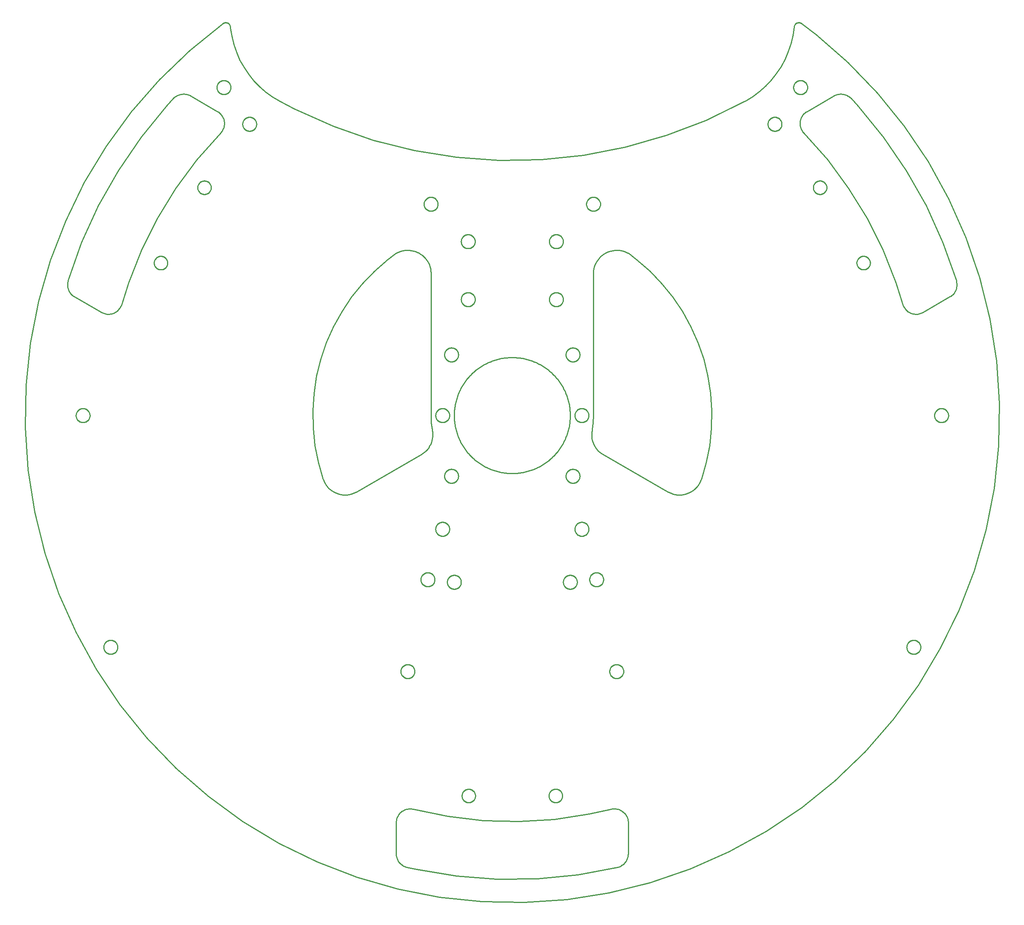
<source format=gbr>
G04 EAGLE Gerber RS-274X export*
G75*
%MOMM*%
%FSLAX34Y34*%
%LPD*%
%IN*%
%IPPOS*%
%AMOC8*
5,1,8,0,0,1.08239X$1,22.5*%
G01*
%ADD10C,0.254000*%


D10*
X-623390Y844926D02*
X-694657Y787379D01*
X-760637Y723839D01*
X-820829Y654791D01*
X-874774Y580760D01*
X-922061Y502308D01*
X-962331Y420034D01*
X-995276Y334563D01*
X-1020648Y246546D01*
X-1038251Y156653D01*
X-1047953Y65568D01*
X-1049679Y-26017D01*
X-1043417Y-117403D01*
X-1029213Y-207896D01*
X-1007177Y-296806D01*
X-977475Y-383458D01*
X-940334Y-467191D01*
X-896037Y-547369D01*
X-844920Y-623380D01*
X-787373Y-694648D01*
X-723834Y-760628D01*
X-654786Y-820820D01*
X-580755Y-874765D01*
X-502303Y-922052D01*
X-420029Y-962321D01*
X-334558Y-995267D01*
X-246541Y-1020638D01*
X-156648Y-1038242D01*
X-65563Y-1047944D01*
X26022Y-1049670D01*
X117408Y-1043407D01*
X207901Y-1029204D01*
X296811Y-1007168D01*
X383463Y-977466D01*
X467196Y-940325D01*
X547374Y-896028D01*
X623385Y-844911D01*
X694653Y-787364D01*
X760633Y-723825D01*
X820825Y-654777D01*
X874770Y-580745D01*
X922057Y-502294D01*
X962326Y-420020D01*
X995272Y-334549D01*
X1020643Y-246532D01*
X1038247Y-156639D01*
X1047949Y-65553D01*
X1049675Y26031D01*
X1043412Y117417D01*
X1029209Y207910D01*
X1007173Y296821D01*
X977471Y383472D01*
X940330Y467205D01*
X896033Y547383D01*
X844916Y623395D01*
X787369Y694662D01*
X723830Y760642D01*
X654782Y820834D01*
X623380Y844930D01*
X622656Y845417D01*
X621892Y845839D01*
X621095Y846192D01*
X620269Y846475D01*
X619422Y846685D01*
X618561Y846820D01*
X617690Y846880D01*
X616818Y846863D01*
X615951Y846771D01*
X615094Y846603D01*
X614256Y846362D01*
X613442Y846048D01*
X612659Y845664D01*
X611911Y845214D01*
X611206Y844700D01*
X610549Y844127D01*
X609944Y843499D01*
X609396Y842820D01*
X608909Y842096D01*
X608487Y841332D01*
X608133Y840535D01*
X607850Y839710D01*
X607640Y838863D01*
X607505Y838001D01*
X607494Y837897D01*
X604878Y820006D01*
X600712Y802412D01*
X595029Y785248D01*
X587872Y768644D01*
X579294Y752728D01*
X569362Y737619D01*
X558151Y723434D01*
X545747Y710280D01*
X532243Y698257D01*
X517742Y687456D01*
X502356Y677961D01*
X500010Y676671D01*
X417645Y636603D01*
X332100Y603866D01*
X244028Y578709D01*
X154099Y561324D01*
X62996Y551843D01*
X-28586Y550339D01*
X-119951Y556822D01*
X-210403Y571243D01*
X-299254Y593493D01*
X-385828Y623401D01*
X-469465Y660742D01*
X-500022Y676648D01*
X-515531Y685946D01*
X-530170Y696559D01*
X-543828Y708409D01*
X-556402Y721403D01*
X-567795Y735444D01*
X-577921Y750425D01*
X-586703Y766231D01*
X-594074Y782742D01*
X-599977Y799833D01*
X-604369Y817374D01*
X-607215Y835230D01*
X-607504Y837892D01*
X-607630Y838755D01*
X-607831Y839604D01*
X-608105Y840432D01*
X-608450Y841233D01*
X-608864Y842001D01*
X-609343Y842730D01*
X-609884Y843415D01*
X-610482Y844050D01*
X-611134Y844630D01*
X-611833Y845151D01*
X-612576Y845609D01*
X-613355Y846001D01*
X-614166Y846323D01*
X-615001Y846574D01*
X-615856Y846751D01*
X-616722Y846852D01*
X-617594Y846878D01*
X-618465Y846827D01*
X-619328Y846701D01*
X-620177Y846500D01*
X-621005Y846226D01*
X-621806Y845881D01*
X-622574Y845467D01*
X-623303Y844988D01*
X-623390Y844926D01*
X172066Y-31972D02*
X171456Y-36291D01*
X171225Y-40647D01*
X171374Y-45006D01*
X171903Y-49335D01*
X172807Y-53603D01*
X174079Y-57775D01*
X175710Y-61820D01*
X177688Y-65708D01*
X179997Y-69408D01*
X182619Y-72893D01*
X185536Y-76137D01*
X188724Y-79114D01*
X192159Y-81801D01*
X195816Y-84179D01*
X196223Y-84417D01*
X335153Y-164628D01*
X339022Y-166643D01*
X343052Y-168312D01*
X347212Y-169624D01*
X351470Y-170568D01*
X355795Y-171137D01*
X360152Y-171328D01*
X364510Y-171137D01*
X368835Y-170568D01*
X373093Y-169624D01*
X377253Y-168313D01*
X381283Y-166644D01*
X385152Y-164630D01*
X388831Y-162286D01*
X392291Y-159631D01*
X395507Y-156684D01*
X398454Y-153468D01*
X401110Y-150008D01*
X403453Y-146329D01*
X405467Y-142460D01*
X407137Y-138431D01*
X407535Y-137294D01*
X417952Y-101255D01*
X425189Y-64444D01*
X429190Y-27144D01*
X429925Y10364D01*
X427388Y47793D01*
X421598Y84859D01*
X412600Y121278D01*
X400462Y156775D01*
X385277Y191079D01*
X367159Y223929D01*
X346248Y255075D01*
X322701Y284280D01*
X296699Y311322D01*
X268439Y335994D01*
X254618Y346584D01*
X250994Y349011D01*
X247171Y351112D01*
X243180Y352872D01*
X239051Y354278D01*
X234815Y355319D01*
X230504Y355986D01*
X226152Y356275D01*
X221791Y356184D01*
X217454Y355713D01*
X213176Y354866D01*
X208987Y353649D01*
X204920Y352072D01*
X201006Y350146D01*
X197275Y347886D01*
X193755Y345310D01*
X190473Y342437D01*
X187454Y339289D01*
X184721Y335889D01*
X182294Y332265D01*
X180193Y328442D01*
X178432Y324451D01*
X177026Y320322D01*
X175986Y316086D01*
X175319Y311775D01*
X175029Y307423D01*
X175017Y306289D01*
X175017Y28D01*
X174351Y-15219D01*
X172360Y-30350D01*
X172066Y-31972D01*
X-956862Y290552D02*
X-957134Y289600D01*
X-957700Y287045D01*
X-958042Y284450D01*
X-958156Y281836D01*
X-958042Y279221D01*
X-957700Y276626D01*
X-957134Y274071D01*
X-956347Y271575D01*
X-955345Y269157D01*
X-954137Y266835D01*
X-952731Y264628D01*
X-951138Y262552D01*
X-949369Y260622D01*
X-947440Y258854D01*
X-945363Y257261D01*
X-943156Y255855D01*
X-885243Y222419D01*
X-883361Y221420D01*
X-880960Y220379D01*
X-878477Y219552D01*
X-875931Y218944D01*
X-873342Y218560D01*
X-870730Y218403D01*
X-868114Y218475D01*
X-865514Y218775D01*
X-862950Y219299D01*
X-860441Y220046D01*
X-858007Y221008D01*
X-855667Y222179D01*
X-853437Y223549D01*
X-851335Y225108D01*
X-849377Y226845D01*
X-847578Y228745D01*
X-845951Y230795D01*
X-844509Y232979D01*
X-843263Y235281D01*
X-842222Y237682D01*
X-841395Y240165D01*
X-826978Y285891D01*
X-798916Y356875D01*
X-764774Y425144D01*
X-724813Y490177D01*
X-679335Y551480D01*
X-628688Y608586D01*
X-627261Y610168D01*
X-625668Y612245D01*
X-624262Y614452D01*
X-623053Y616773D01*
X-622052Y619191D01*
X-621265Y621687D01*
X-620698Y624242D01*
X-620357Y626837D01*
X-620242Y629452D01*
X-620357Y632067D01*
X-620698Y634661D01*
X-621265Y637216D01*
X-622052Y639712D01*
X-623053Y642130D01*
X-624262Y644452D01*
X-625668Y646659D01*
X-627261Y648735D01*
X-629029Y650665D01*
X-630959Y652433D01*
X-633035Y654026D01*
X-635242Y655432D01*
X-693159Y688872D01*
X-694024Y689352D01*
X-696384Y690483D01*
X-698834Y691405D01*
X-701354Y692109D01*
X-703927Y692591D01*
X-706532Y692847D01*
X-709149Y692874D01*
X-711758Y692674D01*
X-714340Y692247D01*
X-716876Y691597D01*
X-719344Y690728D01*
X-721728Y689647D01*
X-724008Y688362D01*
X-726168Y686884D01*
X-728191Y685223D01*
X-730061Y683392D01*
X-744445Y667695D01*
X-799802Y600277D01*
X-849072Y528291D01*
X-891881Y452285D01*
X-927902Y372837D01*
X-956862Y290552D01*
X-407482Y-137257D02*
X-407084Y-138394D01*
X-405414Y-142424D01*
X-403400Y-146293D01*
X-401057Y-149972D01*
X-398401Y-153432D01*
X-395454Y-156649D01*
X-392238Y-159596D01*
X-388778Y-162251D01*
X-385099Y-164595D01*
X-381230Y-166609D01*
X-377200Y-168278D01*
X-373040Y-169590D01*
X-368781Y-170534D01*
X-364457Y-171104D01*
X-360099Y-171294D01*
X-355741Y-171104D01*
X-351416Y-170535D01*
X-347157Y-169591D01*
X-342997Y-168279D01*
X-338967Y-166610D01*
X-335098Y-164596D01*
X-196211Y-84408D01*
X-195811Y-84175D01*
X-192154Y-81797D01*
X-188719Y-79110D01*
X-185530Y-76133D01*
X-182613Y-72890D01*
X-179990Y-69405D01*
X-177680Y-65704D01*
X-175702Y-61816D01*
X-174070Y-57771D01*
X-172797Y-53599D01*
X-171893Y-49332D01*
X-171363Y-45002D01*
X-171214Y-40642D01*
X-171444Y-36286D01*
X-172054Y-31967D01*
X-172342Y-30374D01*
X-174336Y-15231D01*
X-175003Y28D01*
X-175003Y306251D01*
X-175016Y307394D01*
X-175306Y311746D01*
X-175974Y316057D01*
X-177015Y320292D01*
X-178421Y324421D01*
X-180182Y328412D01*
X-182284Y332234D01*
X-184712Y335858D01*
X-187446Y339257D01*
X-190465Y342405D01*
X-193748Y345278D01*
X-197268Y347853D01*
X-201000Y350112D01*
X-204914Y352037D01*
X-208981Y353614D01*
X-213170Y354830D01*
X-217449Y355676D01*
X-221785Y356147D01*
X-226146Y356237D01*
X-230499Y355947D01*
X-234809Y355279D01*
X-239045Y354238D01*
X-243174Y352832D01*
X-247165Y351071D01*
X-250987Y348968D01*
X-254611Y346541D01*
X-268371Y335997D01*
X-296630Y311327D01*
X-322633Y284289D01*
X-346179Y255087D01*
X-367091Y223943D01*
X-385209Y191096D01*
X-400395Y156795D01*
X-412534Y121301D01*
X-421534Y84883D01*
X-427325Y47820D01*
X-429863Y10394D01*
X-429130Y-27112D01*
X-425131Y-64411D01*
X-417897Y-101219D01*
X-407482Y-137257D01*
X628688Y608586D02*
X679335Y551480D01*
X724813Y490177D01*
X764775Y425144D01*
X798916Y356875D01*
X826978Y285890D01*
X841395Y240165D01*
X842223Y237682D01*
X843263Y235281D01*
X844509Y232979D01*
X845951Y230795D01*
X847578Y228745D01*
X849377Y226844D01*
X851335Y225108D01*
X853437Y223548D01*
X855667Y222178D01*
X858008Y221007D01*
X860441Y220045D01*
X862950Y219299D01*
X865514Y218774D01*
X868114Y218475D01*
X870730Y218403D01*
X873343Y218560D01*
X875931Y218943D01*
X878477Y219551D01*
X880960Y220379D01*
X883361Y221419D01*
X885243Y222418D01*
X943161Y255857D01*
X945368Y257263D01*
X947444Y258856D01*
X949374Y260625D01*
X951142Y262554D01*
X952735Y264630D01*
X954141Y266838D01*
X955350Y269159D01*
X956351Y271577D01*
X957138Y274073D01*
X957705Y276628D01*
X958046Y279223D01*
X958161Y281838D01*
X958046Y284452D01*
X957705Y287047D01*
X957138Y289602D01*
X956867Y290554D01*
X927906Y372839D01*
X891885Y452287D01*
X849076Y528293D01*
X799805Y600279D01*
X744449Y667696D01*
X730065Y683394D01*
X728194Y685225D01*
X726172Y686886D01*
X724012Y688364D01*
X721732Y689648D01*
X719348Y690729D01*
X716879Y691598D01*
X714344Y692248D01*
X711762Y692676D01*
X709153Y692876D01*
X706536Y692848D01*
X703931Y692592D01*
X701358Y692110D01*
X698838Y691406D01*
X696388Y690485D01*
X694028Y689354D01*
X693163Y688873D01*
X635243Y655433D01*
X633035Y654026D01*
X630959Y652433D01*
X629029Y650665D01*
X627261Y648736D01*
X625668Y646659D01*
X624262Y644452D01*
X623053Y642131D01*
X622052Y639713D01*
X621265Y637217D01*
X620698Y634662D01*
X620357Y632067D01*
X620242Y629452D01*
X620357Y626837D01*
X620698Y624243D01*
X621265Y621688D01*
X622052Y619192D01*
X623053Y616774D01*
X624261Y614452D01*
X625668Y612245D01*
X627261Y610169D01*
X628688Y608586D01*
X-249999Y-877853D02*
X-249999Y-944715D01*
X-249982Y-945704D01*
X-249782Y-948313D01*
X-249355Y-950896D01*
X-248704Y-953431D01*
X-247835Y-955899D01*
X-246755Y-958283D01*
X-245470Y-960563D01*
X-243992Y-962723D01*
X-242331Y-964746D01*
X-240500Y-966616D01*
X-238513Y-968319D01*
X-236386Y-969843D01*
X-234133Y-971176D01*
X-231773Y-972307D01*
X-229323Y-973228D01*
X-226803Y-973932D01*
X-206017Y-978541D01*
X-119958Y-992773D01*
X-32985Y-999451D01*
X54238Y-998523D01*
X141049Y-989997D01*
X226786Y-973937D01*
X227746Y-973697D01*
X230242Y-972910D01*
X232660Y-971908D01*
X234982Y-970700D01*
X237189Y-969294D01*
X239266Y-967701D01*
X241195Y-965932D01*
X242964Y-964003D01*
X244557Y-961927D01*
X245963Y-959719D01*
X247172Y-957398D01*
X248173Y-954980D01*
X248960Y-952484D01*
X249527Y-949928D01*
X249869Y-947334D01*
X249983Y-944719D01*
X249983Y-877857D01*
X249907Y-875728D01*
X249608Y-873128D01*
X249083Y-870564D01*
X248337Y-868055D01*
X247374Y-865621D01*
X246204Y-863281D01*
X244834Y-861051D01*
X243274Y-858949D01*
X241538Y-856991D01*
X239637Y-855192D01*
X237587Y-853565D01*
X235403Y-852123D01*
X233102Y-850877D01*
X230700Y-849836D01*
X228217Y-849009D01*
X225672Y-848401D01*
X223083Y-848017D01*
X220471Y-847861D01*
X217855Y-847932D01*
X215255Y-848232D01*
X212691Y-848757D01*
X165885Y-859133D01*
X90382Y-870322D01*
X14192Y-874887D01*
X-62106Y-872796D01*
X-137931Y-864062D01*
X-212707Y-848753D01*
X-214790Y-848308D01*
X-217385Y-847967D01*
X-220000Y-847853D01*
X-222615Y-847967D01*
X-225209Y-848309D01*
X-227764Y-848875D01*
X-230260Y-849662D01*
X-232678Y-850664D01*
X-235000Y-851872D01*
X-237207Y-853278D01*
X-239283Y-854872D01*
X-241213Y-856640D01*
X-242981Y-858569D01*
X-244574Y-860646D01*
X-245980Y-862853D01*
X-247189Y-865175D01*
X-248190Y-867592D01*
X-248977Y-870089D01*
X-249544Y-872644D01*
X-249885Y-875238D01*
X-249999Y-877853D01*
X125000Y-1534D02*
X125000Y1534D01*
X124925Y4601D01*
X124774Y7666D01*
X124548Y10725D01*
X124248Y13779D01*
X123872Y16824D01*
X123422Y19859D01*
X122897Y22882D01*
X122299Y25891D01*
X121627Y28884D01*
X120881Y31861D01*
X120063Y34818D01*
X119172Y37754D01*
X118210Y40667D01*
X117176Y43556D01*
X116072Y46418D01*
X114898Y49253D01*
X113655Y52058D01*
X112343Y54831D01*
X110963Y57572D01*
X109517Y60278D01*
X108005Y62947D01*
X106427Y65579D01*
X104786Y68171D01*
X103081Y70722D01*
X101315Y73230D01*
X99487Y75695D01*
X97600Y78113D01*
X95653Y80485D01*
X93649Y82808D01*
X91589Y85082D01*
X89473Y87304D01*
X87304Y89473D01*
X85082Y91589D01*
X82808Y93649D01*
X80485Y95653D01*
X78113Y97600D01*
X75695Y99487D01*
X73230Y101315D01*
X70722Y103081D01*
X68171Y104786D01*
X65579Y106427D01*
X62947Y108005D01*
X60278Y109517D01*
X57572Y110963D01*
X54831Y112343D01*
X52058Y113655D01*
X49253Y114898D01*
X46418Y116072D01*
X43556Y117176D01*
X40667Y118210D01*
X37754Y119172D01*
X34818Y120063D01*
X31861Y120881D01*
X28884Y121627D01*
X25891Y122299D01*
X22882Y122897D01*
X19859Y123422D01*
X16824Y123872D01*
X13779Y124248D01*
X10725Y124548D01*
X7666Y124774D01*
X4601Y124925D01*
X1534Y125000D01*
X-1534Y125000D01*
X-4601Y124925D01*
X-7666Y124774D01*
X-10725Y124548D01*
X-13779Y124248D01*
X-16824Y123872D01*
X-19859Y123422D01*
X-22882Y122897D01*
X-25891Y122299D01*
X-28884Y121627D01*
X-31861Y120881D01*
X-34818Y120063D01*
X-37754Y119172D01*
X-40667Y118210D01*
X-43556Y117176D01*
X-46418Y116072D01*
X-49253Y114898D01*
X-52058Y113655D01*
X-54831Y112343D01*
X-57572Y110963D01*
X-60278Y109517D01*
X-62947Y108005D01*
X-65579Y106427D01*
X-68171Y104786D01*
X-70722Y103081D01*
X-73230Y101315D01*
X-75695Y99487D01*
X-78113Y97600D01*
X-80485Y95653D01*
X-82808Y93649D01*
X-85082Y91589D01*
X-87304Y89473D01*
X-89473Y87304D01*
X-91589Y85082D01*
X-93649Y82808D01*
X-95653Y80485D01*
X-97600Y78113D01*
X-99487Y75695D01*
X-101315Y73230D01*
X-103081Y70722D01*
X-104786Y68171D01*
X-106427Y65579D01*
X-108005Y62947D01*
X-109517Y60278D01*
X-110963Y57572D01*
X-112343Y54831D01*
X-113655Y52058D01*
X-114898Y49253D01*
X-116072Y46418D01*
X-117176Y43556D01*
X-118210Y40667D01*
X-119172Y37754D01*
X-120063Y34818D01*
X-120881Y31861D01*
X-121627Y28884D01*
X-122299Y25891D01*
X-122897Y22882D01*
X-123422Y19859D01*
X-123872Y16824D01*
X-124248Y13779D01*
X-124548Y10725D01*
X-124774Y7666D01*
X-124925Y4601D01*
X-125000Y1534D01*
X-125000Y-1534D01*
X-124925Y-4601D01*
X-124774Y-7666D01*
X-124548Y-10725D01*
X-124248Y-13779D01*
X-123872Y-16824D01*
X-123422Y-19859D01*
X-122897Y-22882D01*
X-122299Y-25891D01*
X-121627Y-28884D01*
X-120881Y-31861D01*
X-120063Y-34818D01*
X-119172Y-37754D01*
X-118210Y-40667D01*
X-117176Y-43556D01*
X-116072Y-46418D01*
X-114898Y-49253D01*
X-113655Y-52058D01*
X-112343Y-54831D01*
X-110963Y-57572D01*
X-109517Y-60278D01*
X-108005Y-62947D01*
X-106427Y-65579D01*
X-104786Y-68171D01*
X-103081Y-70722D01*
X-101315Y-73230D01*
X-99487Y-75695D01*
X-97600Y-78113D01*
X-95653Y-80485D01*
X-93649Y-82808D01*
X-91589Y-85082D01*
X-89473Y-87304D01*
X-87304Y-89473D01*
X-85082Y-91589D01*
X-82808Y-93649D01*
X-80485Y-95653D01*
X-78113Y-97600D01*
X-75695Y-99487D01*
X-73230Y-101315D01*
X-70722Y-103081D01*
X-68171Y-104786D01*
X-65579Y-106427D01*
X-62947Y-108005D01*
X-60278Y-109517D01*
X-57572Y-110963D01*
X-54831Y-112343D01*
X-52058Y-113655D01*
X-49253Y-114898D01*
X-46418Y-116072D01*
X-43556Y-117176D01*
X-40667Y-118210D01*
X-37754Y-119172D01*
X-34818Y-120063D01*
X-31861Y-120881D01*
X-28884Y-121627D01*
X-25891Y-122299D01*
X-22882Y-122897D01*
X-19859Y-123422D01*
X-16824Y-123872D01*
X-13779Y-124248D01*
X-10725Y-124548D01*
X-7666Y-124774D01*
X-4601Y-124925D01*
X-1534Y-125000D01*
X1534Y-125000D01*
X4601Y-124925D01*
X7666Y-124774D01*
X10725Y-124548D01*
X13779Y-124248D01*
X16824Y-123872D01*
X19859Y-123422D01*
X22882Y-122897D01*
X25891Y-122299D01*
X28884Y-121627D01*
X31861Y-120881D01*
X34818Y-120063D01*
X37754Y-119172D01*
X40667Y-118210D01*
X43556Y-117176D01*
X46418Y-116072D01*
X49253Y-114898D01*
X52058Y-113655D01*
X54831Y-112343D01*
X57572Y-110963D01*
X60278Y-109517D01*
X62947Y-108005D01*
X65579Y-106427D01*
X68171Y-104786D01*
X70722Y-103081D01*
X73230Y-101315D01*
X75695Y-99487D01*
X78113Y-97600D01*
X80485Y-95653D01*
X82808Y-93649D01*
X85082Y-91589D01*
X87304Y-89473D01*
X89473Y-87304D01*
X91589Y-85082D01*
X93649Y-82808D01*
X95653Y-80485D01*
X97600Y-78113D01*
X99487Y-75695D01*
X101315Y-73230D01*
X103081Y-70722D01*
X104786Y-68171D01*
X106427Y-65579D01*
X108005Y-62947D01*
X109517Y-60278D01*
X110963Y-57572D01*
X112343Y-54831D01*
X113655Y-52058D01*
X114898Y-49253D01*
X116072Y-46418D01*
X117176Y-43556D01*
X118210Y-40667D01*
X119172Y-37754D01*
X120063Y-34818D01*
X120881Y-31861D01*
X121627Y-28884D01*
X122299Y-25891D01*
X122897Y-22882D01*
X123422Y-19859D01*
X123872Y-16824D01*
X124248Y-13779D01*
X124548Y-10725D01*
X124774Y-7666D01*
X124925Y-4601D01*
X125000Y-1534D01*
X-606263Y706565D02*
X-606339Y705496D01*
X-606492Y704436D01*
X-606720Y703389D01*
X-607021Y702361D01*
X-607396Y701357D01*
X-607841Y700382D01*
X-608354Y699442D01*
X-608934Y698541D01*
X-609576Y697683D01*
X-610278Y696873D01*
X-611035Y696116D01*
X-611845Y695414D01*
X-612703Y694772D01*
X-613604Y694192D01*
X-614544Y693679D01*
X-615519Y693234D01*
X-616523Y692859D01*
X-617551Y692558D01*
X-618598Y692330D01*
X-619658Y692177D01*
X-620727Y692101D01*
X-621799Y692101D01*
X-622867Y692177D01*
X-623928Y692330D01*
X-624975Y692558D01*
X-626003Y692859D01*
X-627007Y693234D01*
X-627981Y693679D01*
X-628922Y694192D01*
X-629823Y694772D01*
X-630681Y695414D01*
X-631491Y696116D01*
X-632248Y696873D01*
X-632950Y697683D01*
X-633592Y698541D01*
X-634171Y699442D01*
X-634685Y700382D01*
X-635130Y701357D01*
X-635504Y702361D01*
X-635806Y703389D01*
X-636034Y704436D01*
X-636186Y705496D01*
X-636263Y706565D01*
X-636263Y707637D01*
X-636186Y708705D01*
X-636034Y709766D01*
X-635806Y710813D01*
X-635504Y711841D01*
X-635130Y712845D01*
X-634685Y713819D01*
X-634171Y714760D01*
X-633592Y715661D01*
X-632950Y716519D01*
X-632248Y717329D01*
X-631491Y718086D01*
X-630681Y718788D01*
X-629823Y719430D01*
X-628922Y720009D01*
X-627981Y720523D01*
X-627007Y720968D01*
X-626003Y721342D01*
X-624975Y721644D01*
X-623928Y721872D01*
X-622867Y722024D01*
X-621799Y722101D01*
X-620727Y722101D01*
X-619658Y722024D01*
X-618598Y721872D01*
X-617551Y721644D01*
X-616523Y721342D01*
X-615519Y720968D01*
X-614544Y720523D01*
X-613604Y720009D01*
X-612703Y719430D01*
X-611845Y718788D01*
X-611035Y718086D01*
X-610278Y717329D01*
X-609576Y716519D01*
X-608934Y715661D01*
X-608354Y714760D01*
X-607841Y713819D01*
X-607396Y712845D01*
X-607021Y711841D01*
X-606720Y710813D01*
X-606492Y709766D01*
X-606339Y708705D01*
X-606263Y707637D01*
X-606263Y706565D01*
X-550860Y627441D02*
X-550936Y626372D01*
X-551089Y625312D01*
X-551316Y624265D01*
X-551618Y623237D01*
X-551993Y622233D01*
X-552438Y621258D01*
X-552951Y620318D01*
X-553531Y619417D01*
X-554173Y618559D01*
X-554874Y617749D01*
X-555632Y616992D01*
X-556442Y616290D01*
X-557299Y615648D01*
X-558201Y615068D01*
X-559141Y614555D01*
X-560116Y614110D01*
X-561120Y613735D01*
X-562148Y613434D01*
X-563195Y613206D01*
X-564255Y613053D01*
X-565324Y612977D01*
X-566395Y612977D01*
X-567464Y613053D01*
X-568525Y613206D01*
X-569572Y613434D01*
X-570600Y613735D01*
X-571604Y614110D01*
X-572578Y614555D01*
X-573519Y615068D01*
X-574420Y615648D01*
X-575278Y616290D01*
X-576088Y616992D01*
X-576845Y617749D01*
X-577547Y618559D01*
X-578189Y619417D01*
X-578768Y620318D01*
X-579282Y621258D01*
X-579727Y622233D01*
X-580101Y623237D01*
X-580403Y624265D01*
X-580631Y625312D01*
X-580783Y626372D01*
X-580860Y627441D01*
X-580860Y628513D01*
X-580783Y629581D01*
X-580631Y630642D01*
X-580403Y631689D01*
X-580101Y632717D01*
X-579727Y633721D01*
X-579282Y634695D01*
X-578768Y635636D01*
X-578189Y636537D01*
X-577547Y637395D01*
X-576845Y638205D01*
X-576088Y638962D01*
X-575278Y639664D01*
X-574420Y640306D01*
X-573519Y640885D01*
X-572578Y641399D01*
X-571604Y641844D01*
X-570600Y642218D01*
X-569572Y642520D01*
X-568525Y642748D01*
X-567464Y642900D01*
X-566395Y642977D01*
X-565324Y642977D01*
X-564255Y642900D01*
X-563195Y642748D01*
X-562148Y642520D01*
X-561120Y642218D01*
X-560116Y641844D01*
X-559141Y641399D01*
X-558201Y640885D01*
X-557299Y640306D01*
X-556442Y639664D01*
X-555632Y638962D01*
X-554874Y638205D01*
X-554173Y637395D01*
X-553531Y636537D01*
X-552951Y635636D01*
X-552438Y634695D01*
X-551993Y633721D01*
X-551618Y632717D01*
X-551316Y631689D01*
X-551089Y630642D01*
X-550936Y629581D01*
X-550860Y628513D01*
X-550860Y627441D01*
X580854Y627441D02*
X580777Y626372D01*
X580625Y625312D01*
X580397Y624265D01*
X580095Y623237D01*
X579721Y622233D01*
X579276Y621258D01*
X578762Y620318D01*
X578183Y619417D01*
X577541Y618559D01*
X576839Y617749D01*
X576081Y616992D01*
X575272Y616290D01*
X574414Y615648D01*
X573513Y615068D01*
X572572Y614555D01*
X571598Y614110D01*
X570594Y613735D01*
X569566Y613434D01*
X568519Y613206D01*
X567458Y613053D01*
X566389Y612977D01*
X565318Y612977D01*
X564249Y613053D01*
X563189Y613206D01*
X562142Y613434D01*
X561114Y613735D01*
X560110Y614110D01*
X559135Y614555D01*
X558195Y615068D01*
X557293Y615648D01*
X556436Y616290D01*
X555626Y616992D01*
X554868Y617749D01*
X554167Y618559D01*
X553524Y619417D01*
X552945Y620318D01*
X552432Y621258D01*
X551987Y622233D01*
X551612Y623237D01*
X551310Y624265D01*
X551083Y625312D01*
X550930Y626372D01*
X550854Y627441D01*
X550854Y628513D01*
X550930Y629581D01*
X551083Y630642D01*
X551310Y631689D01*
X551612Y632717D01*
X551987Y633721D01*
X552432Y634695D01*
X552945Y635636D01*
X553524Y636537D01*
X554167Y637395D01*
X554868Y638205D01*
X555626Y638962D01*
X556436Y639664D01*
X557293Y640306D01*
X558195Y640885D01*
X559135Y641399D01*
X560110Y641844D01*
X561114Y642218D01*
X562142Y642520D01*
X563189Y642748D01*
X564249Y642900D01*
X565318Y642977D01*
X566389Y642977D01*
X567458Y642900D01*
X568519Y642748D01*
X569566Y642520D01*
X570594Y642218D01*
X571598Y641844D01*
X572572Y641399D01*
X573513Y640885D01*
X574414Y640306D01*
X575272Y639664D01*
X576081Y638962D01*
X576839Y638205D01*
X577541Y637395D01*
X578183Y636537D01*
X578762Y635636D01*
X579276Y634695D01*
X579721Y633721D01*
X580095Y632717D01*
X580397Y631689D01*
X580625Y630642D01*
X580777Y629581D01*
X580854Y628513D01*
X580854Y627441D01*
X636257Y706565D02*
X636180Y705496D01*
X636028Y704436D01*
X635800Y703389D01*
X635498Y702361D01*
X635124Y701357D01*
X634679Y700382D01*
X634165Y699442D01*
X633586Y698541D01*
X632944Y697683D01*
X632242Y696873D01*
X631485Y696116D01*
X630675Y695414D01*
X629817Y694772D01*
X628916Y694192D01*
X627975Y693679D01*
X627001Y693234D01*
X625997Y692859D01*
X624969Y692558D01*
X623922Y692330D01*
X622861Y692177D01*
X621793Y692101D01*
X620721Y692101D01*
X619652Y692177D01*
X618592Y692330D01*
X617545Y692558D01*
X616517Y692859D01*
X615513Y693234D01*
X614538Y693679D01*
X613598Y694192D01*
X612697Y694772D01*
X611839Y695414D01*
X611029Y696116D01*
X610271Y696873D01*
X609570Y697683D01*
X608928Y698541D01*
X608348Y699442D01*
X607835Y700382D01*
X607390Y701357D01*
X607015Y702361D01*
X606713Y703389D01*
X606486Y704436D01*
X606333Y705496D01*
X606257Y706565D01*
X606257Y707637D01*
X606333Y708705D01*
X606486Y709766D01*
X606713Y710813D01*
X607015Y711841D01*
X607390Y712845D01*
X607835Y713819D01*
X608348Y714760D01*
X608928Y715661D01*
X609570Y716519D01*
X610271Y717329D01*
X611029Y718086D01*
X611839Y718788D01*
X612697Y719430D01*
X613598Y720009D01*
X614538Y720523D01*
X615513Y720968D01*
X616517Y721342D01*
X617545Y721644D01*
X618592Y721872D01*
X619652Y722024D01*
X620721Y722101D01*
X621793Y722101D01*
X622861Y722024D01*
X623922Y721872D01*
X624969Y721644D01*
X625997Y721342D01*
X627001Y720968D01*
X627975Y720523D01*
X628916Y720009D01*
X629817Y719430D01*
X630675Y718788D01*
X631485Y718086D01*
X632242Y717329D01*
X632944Y716519D01*
X633586Y715661D01*
X634165Y714760D01*
X634679Y713819D01*
X635124Y712845D01*
X635498Y711841D01*
X635800Y710813D01*
X636028Y709766D01*
X636180Y708705D01*
X636257Y707637D01*
X636257Y706565D01*
X-160004Y454975D02*
X-160080Y453906D01*
X-160232Y452845D01*
X-160460Y451798D01*
X-160762Y450770D01*
X-161136Y449766D01*
X-161582Y448792D01*
X-162095Y447851D01*
X-162674Y446950D01*
X-163316Y446092D01*
X-164018Y445283D01*
X-164776Y444525D01*
X-165585Y443823D01*
X-166443Y443181D01*
X-167345Y442602D01*
X-168285Y442088D01*
X-169260Y441643D01*
X-170264Y441269D01*
X-171292Y440967D01*
X-172339Y440739D01*
X-173399Y440587D01*
X-174468Y440510D01*
X-175539Y440510D01*
X-176608Y440587D01*
X-177669Y440739D01*
X-178715Y440967D01*
X-179744Y441269D01*
X-180747Y441643D01*
X-181722Y442088D01*
X-182662Y442602D01*
X-183564Y443181D01*
X-184422Y443823D01*
X-185231Y444525D01*
X-185989Y445283D01*
X-186691Y446092D01*
X-187333Y446950D01*
X-187912Y447851D01*
X-188425Y448792D01*
X-188871Y449766D01*
X-189245Y450770D01*
X-189547Y451798D01*
X-189775Y452845D01*
X-189927Y453906D01*
X-190004Y454975D01*
X-190004Y456046D01*
X-189927Y457115D01*
X-189775Y458175D01*
X-189547Y459222D01*
X-189245Y460250D01*
X-188871Y461254D01*
X-188425Y462229D01*
X-187912Y463169D01*
X-187333Y464071D01*
X-186691Y464928D01*
X-185989Y465738D01*
X-185231Y466496D01*
X-184422Y467197D01*
X-183564Y467839D01*
X-182662Y468419D01*
X-181722Y468932D01*
X-180747Y469377D01*
X-179744Y469752D01*
X-178715Y470054D01*
X-177669Y470281D01*
X-176608Y470434D01*
X-175539Y470510D01*
X-174468Y470510D01*
X-173399Y470434D01*
X-172339Y470281D01*
X-171292Y470054D01*
X-170264Y469752D01*
X-169260Y469377D01*
X-168285Y468932D01*
X-167345Y468419D01*
X-166443Y467839D01*
X-165585Y467197D01*
X-164776Y466496D01*
X-164018Y465738D01*
X-163316Y464928D01*
X-162674Y464071D01*
X-162095Y463169D01*
X-161582Y462229D01*
X-161136Y461254D01*
X-160762Y460250D01*
X-160460Y459222D01*
X-160232Y458175D01*
X-160080Y457115D01*
X-160004Y456046D01*
X-160004Y454975D01*
X190016Y454975D02*
X189939Y453906D01*
X189787Y452846D01*
X189559Y451799D01*
X189257Y450771D01*
X188883Y449767D01*
X188438Y448792D01*
X187924Y447852D01*
X187345Y446951D01*
X186703Y446093D01*
X186001Y445283D01*
X185244Y444525D01*
X184434Y443824D01*
X183576Y443182D01*
X182675Y442602D01*
X181734Y442089D01*
X180760Y441644D01*
X179756Y441269D01*
X178728Y440968D01*
X177681Y440740D01*
X176620Y440587D01*
X175552Y440511D01*
X174480Y440511D01*
X173411Y440587D01*
X172351Y440740D01*
X171304Y440968D01*
X170276Y441269D01*
X169272Y441644D01*
X168297Y442089D01*
X167357Y442602D01*
X166456Y443182D01*
X165598Y443824D01*
X164788Y444525D01*
X164030Y445283D01*
X163329Y446093D01*
X162687Y446951D01*
X162107Y447852D01*
X161594Y448792D01*
X161149Y449767D01*
X160774Y450771D01*
X160472Y451799D01*
X160245Y452846D01*
X160092Y453906D01*
X160016Y454975D01*
X160016Y456047D01*
X160092Y457115D01*
X160245Y458176D01*
X160472Y459223D01*
X160774Y460251D01*
X161149Y461255D01*
X161594Y462229D01*
X162107Y463170D01*
X162687Y464071D01*
X163329Y464929D01*
X164030Y465739D01*
X164788Y466496D01*
X165598Y467198D01*
X166456Y467840D01*
X167357Y468419D01*
X168297Y468933D01*
X169272Y469378D01*
X170276Y469752D01*
X171304Y470054D01*
X172351Y470282D01*
X173411Y470434D01*
X174480Y470511D01*
X175552Y470511D01*
X176620Y470434D01*
X177681Y470282D01*
X178728Y470054D01*
X179756Y469752D01*
X180760Y469378D01*
X181734Y468933D01*
X182675Y468419D01*
X183576Y467840D01*
X184434Y467198D01*
X185244Y466496D01*
X186001Y465739D01*
X186703Y464929D01*
X187345Y464071D01*
X187924Y463170D01*
X188438Y462229D01*
X188883Y461255D01*
X189257Y460251D01*
X189559Y459223D01*
X189787Y458176D01*
X189939Y457115D01*
X190016Y456047D01*
X190016Y454975D01*
X-80000Y374426D02*
X-80076Y373357D01*
X-80229Y372297D01*
X-80457Y371250D01*
X-80759Y370222D01*
X-81133Y369218D01*
X-81578Y368243D01*
X-82092Y367303D01*
X-82671Y366401D01*
X-83313Y365544D01*
X-84015Y364734D01*
X-84772Y363976D01*
X-85582Y363275D01*
X-86440Y362632D01*
X-87341Y362053D01*
X-88281Y361540D01*
X-89256Y361095D01*
X-90260Y360720D01*
X-91288Y360418D01*
X-92335Y360191D01*
X-93396Y360038D01*
X-94464Y359962D01*
X-95536Y359962D01*
X-96604Y360038D01*
X-97665Y360191D01*
X-98712Y360418D01*
X-99740Y360720D01*
X-100744Y361095D01*
X-101719Y361540D01*
X-102659Y362053D01*
X-103560Y362632D01*
X-104418Y363275D01*
X-105228Y363976D01*
X-105985Y364734D01*
X-106687Y365544D01*
X-107329Y366401D01*
X-107908Y367303D01*
X-108422Y368243D01*
X-108867Y369218D01*
X-109241Y370222D01*
X-109543Y371250D01*
X-109771Y372297D01*
X-109924Y373357D01*
X-110000Y374426D01*
X-110000Y375497D01*
X-109924Y376566D01*
X-109771Y377627D01*
X-109543Y378674D01*
X-109241Y379702D01*
X-108867Y380706D01*
X-108422Y381680D01*
X-107908Y382621D01*
X-107329Y383522D01*
X-106687Y384380D01*
X-105985Y385189D01*
X-105228Y385947D01*
X-104418Y386649D01*
X-103560Y387291D01*
X-102659Y387870D01*
X-101719Y388384D01*
X-100744Y388829D01*
X-99740Y389203D01*
X-98712Y389505D01*
X-97665Y389733D01*
X-96604Y389885D01*
X-95536Y389962D01*
X-94464Y389962D01*
X-93396Y389885D01*
X-92335Y389733D01*
X-91288Y389505D01*
X-90260Y389203D01*
X-89256Y388829D01*
X-88281Y388384D01*
X-87341Y387870D01*
X-86440Y387291D01*
X-85582Y386649D01*
X-84772Y385947D01*
X-84015Y385189D01*
X-83313Y384380D01*
X-82671Y383522D01*
X-82092Y382621D01*
X-81578Y381680D01*
X-81133Y380706D01*
X-80759Y379702D01*
X-80457Y378674D01*
X-80229Y377627D01*
X-80076Y376566D01*
X-80000Y375497D01*
X-80000Y374426D01*
X110000Y374426D02*
X109924Y373357D01*
X109771Y372297D01*
X109543Y371250D01*
X109241Y370222D01*
X108867Y369218D01*
X108422Y368243D01*
X107908Y367303D01*
X107329Y366401D01*
X106687Y365544D01*
X105985Y364734D01*
X105228Y363976D01*
X104418Y363275D01*
X103560Y362632D01*
X102659Y362053D01*
X101719Y361540D01*
X100744Y361095D01*
X99740Y360720D01*
X98712Y360418D01*
X97665Y360191D01*
X96604Y360038D01*
X95536Y359962D01*
X94464Y359962D01*
X93396Y360038D01*
X92335Y360191D01*
X91288Y360418D01*
X90260Y360720D01*
X89256Y361095D01*
X88281Y361540D01*
X87341Y362053D01*
X86440Y362632D01*
X85582Y363275D01*
X84772Y363976D01*
X84015Y364734D01*
X83313Y365544D01*
X82671Y366401D01*
X82092Y367303D01*
X81578Y368243D01*
X81133Y369218D01*
X80759Y370222D01*
X80457Y371250D01*
X80229Y372297D01*
X80076Y373357D01*
X80000Y374426D01*
X80000Y375497D01*
X80076Y376566D01*
X80229Y377627D01*
X80457Y378674D01*
X80759Y379702D01*
X81133Y380706D01*
X81578Y381680D01*
X82092Y382621D01*
X82671Y383522D01*
X83313Y384380D01*
X84015Y385189D01*
X84772Y385947D01*
X85582Y386649D01*
X86440Y387291D01*
X87341Y387870D01*
X88281Y388384D01*
X89256Y388829D01*
X90260Y389203D01*
X91288Y389505D01*
X92335Y389733D01*
X93396Y389885D01*
X94464Y389962D01*
X95536Y389962D01*
X96604Y389885D01*
X97665Y389733D01*
X98712Y389505D01*
X99740Y389203D01*
X100744Y388829D01*
X101719Y388384D01*
X102659Y387870D01*
X103560Y387291D01*
X104418Y386649D01*
X105228Y385947D01*
X105985Y385189D01*
X106687Y384380D01*
X107329Y383522D01*
X107908Y382621D01*
X108422Y381680D01*
X108867Y380706D01*
X109241Y379702D01*
X109543Y378674D01*
X109771Y377627D01*
X109924Y376566D01*
X110000Y375497D01*
X110000Y374426D01*
X-80000Y249426D02*
X-80076Y248357D01*
X-80229Y247297D01*
X-80457Y246250D01*
X-80759Y245222D01*
X-81133Y244218D01*
X-81578Y243243D01*
X-82092Y242303D01*
X-82671Y241401D01*
X-83313Y240544D01*
X-84015Y239734D01*
X-84772Y238976D01*
X-85582Y238275D01*
X-86440Y237632D01*
X-87341Y237053D01*
X-88281Y236540D01*
X-89256Y236095D01*
X-90260Y235720D01*
X-91288Y235418D01*
X-92335Y235191D01*
X-93396Y235038D01*
X-94464Y234962D01*
X-95536Y234962D01*
X-96604Y235038D01*
X-97665Y235191D01*
X-98712Y235418D01*
X-99740Y235720D01*
X-100744Y236095D01*
X-101719Y236540D01*
X-102659Y237053D01*
X-103560Y237632D01*
X-104418Y238275D01*
X-105228Y238976D01*
X-105985Y239734D01*
X-106687Y240544D01*
X-107329Y241401D01*
X-107908Y242303D01*
X-108422Y243243D01*
X-108867Y244218D01*
X-109241Y245222D01*
X-109543Y246250D01*
X-109771Y247297D01*
X-109924Y248357D01*
X-110000Y249426D01*
X-110000Y250497D01*
X-109924Y251566D01*
X-109771Y252627D01*
X-109543Y253674D01*
X-109241Y254702D01*
X-108867Y255706D01*
X-108422Y256680D01*
X-107908Y257621D01*
X-107329Y258522D01*
X-106687Y259380D01*
X-105985Y260189D01*
X-105228Y260947D01*
X-104418Y261649D01*
X-103560Y262291D01*
X-102659Y262870D01*
X-101719Y263384D01*
X-100744Y263829D01*
X-99740Y264203D01*
X-98712Y264505D01*
X-97665Y264733D01*
X-96604Y264885D01*
X-95536Y264962D01*
X-94464Y264962D01*
X-93396Y264885D01*
X-92335Y264733D01*
X-91288Y264505D01*
X-90260Y264203D01*
X-89256Y263829D01*
X-88281Y263384D01*
X-87341Y262870D01*
X-86440Y262291D01*
X-85582Y261649D01*
X-84772Y260947D01*
X-84015Y260189D01*
X-83313Y259380D01*
X-82671Y258522D01*
X-82092Y257621D01*
X-81578Y256680D01*
X-81133Y255706D01*
X-80759Y254702D01*
X-80457Y253674D01*
X-80229Y252627D01*
X-80076Y251566D01*
X-80000Y250497D01*
X-80000Y249426D01*
X110000Y249426D02*
X109924Y248357D01*
X109771Y247297D01*
X109543Y246250D01*
X109241Y245222D01*
X108867Y244218D01*
X108422Y243243D01*
X107908Y242303D01*
X107329Y241401D01*
X106687Y240544D01*
X105985Y239734D01*
X105228Y238976D01*
X104418Y238275D01*
X103560Y237632D01*
X102659Y237053D01*
X101719Y236540D01*
X100744Y236095D01*
X99740Y235720D01*
X98712Y235418D01*
X97665Y235191D01*
X96604Y235038D01*
X95536Y234962D01*
X94464Y234962D01*
X93396Y235038D01*
X92335Y235191D01*
X91288Y235418D01*
X90260Y235720D01*
X89256Y236095D01*
X88281Y236540D01*
X87341Y237053D01*
X86440Y237632D01*
X85582Y238275D01*
X84772Y238976D01*
X84015Y239734D01*
X83313Y240544D01*
X82671Y241401D01*
X82092Y242303D01*
X81578Y243243D01*
X81133Y244218D01*
X80759Y245222D01*
X80457Y246250D01*
X80229Y247297D01*
X80076Y248357D01*
X80000Y249426D01*
X80000Y250497D01*
X80076Y251566D01*
X80229Y252627D01*
X80457Y253674D01*
X80759Y254702D01*
X81133Y255706D01*
X81578Y256680D01*
X82092Y257621D01*
X82671Y258522D01*
X83313Y259380D01*
X84015Y260189D01*
X84772Y260947D01*
X85582Y261649D01*
X86440Y262291D01*
X87341Y262870D01*
X88281Y263384D01*
X89256Y263829D01*
X90260Y264203D01*
X91288Y264505D01*
X92335Y264733D01*
X93396Y264885D01*
X94464Y264962D01*
X95536Y264962D01*
X96604Y264885D01*
X97665Y264733D01*
X98712Y264505D01*
X99740Y264203D01*
X100744Y263829D01*
X101719Y263384D01*
X102659Y262870D01*
X103560Y262291D01*
X104418Y261649D01*
X105228Y260947D01*
X105985Y260189D01*
X106687Y259380D01*
X107329Y258522D01*
X107908Y257621D01*
X108422Y256680D01*
X108867Y255706D01*
X109241Y254702D01*
X109543Y253674D01*
X109771Y252627D01*
X109924Y251566D01*
X110000Y250497D01*
X110000Y249426D01*
X-115815Y130279D02*
X-115891Y129210D01*
X-116044Y128150D01*
X-116271Y127103D01*
X-116573Y126075D01*
X-116948Y125071D01*
X-117393Y124096D01*
X-117906Y123156D01*
X-118486Y122254D01*
X-119128Y121397D01*
X-119829Y120587D01*
X-120587Y119829D01*
X-121397Y119128D01*
X-122254Y118486D01*
X-123156Y117906D01*
X-124096Y117393D01*
X-125071Y116948D01*
X-126075Y116573D01*
X-127103Y116271D01*
X-128150Y116044D01*
X-129210Y115891D01*
X-130279Y115815D01*
X-131350Y115815D01*
X-132419Y115891D01*
X-133480Y116044D01*
X-134527Y116271D01*
X-135555Y116573D01*
X-136559Y116948D01*
X-137533Y117393D01*
X-138474Y117906D01*
X-139375Y118486D01*
X-140233Y119128D01*
X-141043Y119829D01*
X-141800Y120587D01*
X-142502Y121397D01*
X-143144Y122254D01*
X-143723Y123156D01*
X-144237Y124096D01*
X-144682Y125071D01*
X-145056Y126075D01*
X-145358Y127103D01*
X-145586Y128150D01*
X-145738Y129210D01*
X-145815Y130279D01*
X-145815Y131350D01*
X-145738Y132419D01*
X-145586Y133480D01*
X-145358Y134527D01*
X-145056Y135555D01*
X-144682Y136559D01*
X-144237Y137533D01*
X-143723Y138474D01*
X-143144Y139375D01*
X-142502Y140233D01*
X-141800Y141043D01*
X-141043Y141800D01*
X-140233Y142502D01*
X-139375Y143144D01*
X-138474Y143723D01*
X-137533Y144237D01*
X-136559Y144682D01*
X-135555Y145056D01*
X-134527Y145358D01*
X-133480Y145586D01*
X-132419Y145738D01*
X-131350Y145815D01*
X-130279Y145815D01*
X-129210Y145738D01*
X-128150Y145586D01*
X-127103Y145358D01*
X-126075Y145056D01*
X-125071Y144682D01*
X-124096Y144237D01*
X-123156Y143723D01*
X-122254Y143144D01*
X-121397Y142502D01*
X-120587Y141800D01*
X-119829Y141043D01*
X-119128Y140233D01*
X-118486Y139375D01*
X-117906Y138474D01*
X-117393Y137533D01*
X-116948Y136559D01*
X-116573Y135555D01*
X-116271Y134527D01*
X-116044Y133480D01*
X-115891Y132419D01*
X-115815Y131350D01*
X-115815Y130279D01*
X145815Y130279D02*
X145738Y129210D01*
X145586Y128150D01*
X145358Y127103D01*
X145056Y126075D01*
X144682Y125071D01*
X144237Y124096D01*
X143723Y123156D01*
X143144Y122254D01*
X142502Y121397D01*
X141800Y120587D01*
X141043Y119829D01*
X140233Y119128D01*
X139375Y118486D01*
X138474Y117906D01*
X137533Y117393D01*
X136559Y116948D01*
X135555Y116573D01*
X134527Y116271D01*
X133480Y116044D01*
X132419Y115891D01*
X131351Y115815D01*
X130279Y115815D01*
X129210Y115891D01*
X128150Y116044D01*
X127103Y116271D01*
X126075Y116573D01*
X125071Y116948D01*
X124096Y117393D01*
X123156Y117906D01*
X122255Y118486D01*
X121397Y119128D01*
X120587Y119829D01*
X119829Y120587D01*
X119128Y121397D01*
X118486Y122254D01*
X117906Y123156D01*
X117393Y124096D01*
X116948Y125071D01*
X116573Y126075D01*
X116271Y127103D01*
X116044Y128150D01*
X115891Y129210D01*
X115815Y130279D01*
X115815Y131350D01*
X115891Y132419D01*
X116044Y133480D01*
X116271Y134527D01*
X116573Y135555D01*
X116948Y136559D01*
X117393Y137533D01*
X117906Y138474D01*
X118486Y139375D01*
X119128Y140233D01*
X119829Y141043D01*
X120587Y141800D01*
X121397Y142502D01*
X122255Y143144D01*
X123156Y143723D01*
X124096Y144237D01*
X125071Y144682D01*
X126075Y145056D01*
X127103Y145358D01*
X128150Y145586D01*
X129210Y145738D01*
X130279Y145815D01*
X131351Y145815D01*
X132419Y145738D01*
X133480Y145586D01*
X134527Y145358D01*
X135555Y145056D01*
X136559Y144682D01*
X137533Y144237D01*
X138474Y143723D01*
X139375Y143144D01*
X140233Y142502D01*
X141043Y141800D01*
X141800Y141043D01*
X142502Y140233D01*
X143144Y139375D01*
X143723Y138474D01*
X144237Y137533D01*
X144682Y136559D01*
X145056Y135555D01*
X145358Y134527D01*
X145586Y133480D01*
X145738Y132419D01*
X145815Y131350D01*
X145815Y130279D01*
X-135008Y-512D02*
X-135085Y-1581D01*
X-135237Y-2641D01*
X-135465Y-3688D01*
X-135767Y-4716D01*
X-136141Y-5720D01*
X-136586Y-6695D01*
X-137100Y-7635D01*
X-137679Y-8537D01*
X-138321Y-9394D01*
X-139023Y-10204D01*
X-139780Y-10962D01*
X-140590Y-11663D01*
X-141448Y-12306D01*
X-142349Y-12885D01*
X-143290Y-13398D01*
X-144264Y-13843D01*
X-145268Y-14218D01*
X-146296Y-14520D01*
X-147343Y-14748D01*
X-148404Y-14900D01*
X-149473Y-14976D01*
X-150544Y-14976D01*
X-151613Y-14900D01*
X-152673Y-14748D01*
X-153720Y-14520D01*
X-154748Y-14218D01*
X-155752Y-13843D01*
X-156727Y-13398D01*
X-157667Y-12885D01*
X-158569Y-12306D01*
X-159426Y-11663D01*
X-160236Y-10962D01*
X-160994Y-10204D01*
X-161695Y-9394D01*
X-162337Y-8537D01*
X-162917Y-7635D01*
X-163430Y-6695D01*
X-163875Y-5720D01*
X-164250Y-4716D01*
X-164552Y-3688D01*
X-164779Y-2641D01*
X-164932Y-1581D01*
X-165008Y-512D01*
X-165008Y559D01*
X-164932Y1628D01*
X-164779Y2689D01*
X-164552Y3736D01*
X-164250Y4764D01*
X-163875Y5768D01*
X-163430Y6742D01*
X-162917Y7683D01*
X-162337Y8584D01*
X-161695Y9442D01*
X-160994Y10251D01*
X-160236Y11009D01*
X-159426Y11711D01*
X-158569Y12353D01*
X-157667Y12932D01*
X-156727Y13446D01*
X-155752Y13891D01*
X-154748Y14265D01*
X-153720Y14567D01*
X-152673Y14795D01*
X-151613Y14947D01*
X-150544Y15024D01*
X-149473Y15024D01*
X-148404Y14947D01*
X-147343Y14795D01*
X-146296Y14567D01*
X-145268Y14265D01*
X-144264Y13891D01*
X-143290Y13446D01*
X-142349Y12932D01*
X-141448Y12353D01*
X-140590Y11711D01*
X-139780Y11009D01*
X-139023Y10251D01*
X-138321Y9442D01*
X-137679Y8584D01*
X-137100Y7683D01*
X-136586Y6742D01*
X-136141Y5768D01*
X-135767Y4764D01*
X-135465Y3736D01*
X-135237Y2689D01*
X-135085Y1628D01*
X-135008Y559D01*
X-135008Y-512D01*
X165008Y-512D02*
X164932Y-1581D01*
X164779Y-2641D01*
X164552Y-3688D01*
X164250Y-4716D01*
X163875Y-5720D01*
X163430Y-6695D01*
X162917Y-7635D01*
X162337Y-8537D01*
X161695Y-9394D01*
X160994Y-10204D01*
X160236Y-10962D01*
X159426Y-11663D01*
X158569Y-12306D01*
X157667Y-12885D01*
X156727Y-13398D01*
X155752Y-13843D01*
X154748Y-14218D01*
X153720Y-14520D01*
X152673Y-14748D01*
X151613Y-14900D01*
X150544Y-14976D01*
X149473Y-14976D01*
X148404Y-14900D01*
X147343Y-14748D01*
X146296Y-14520D01*
X145268Y-14218D01*
X144264Y-13843D01*
X143290Y-13398D01*
X142349Y-12885D01*
X141448Y-12306D01*
X140590Y-11663D01*
X139780Y-10962D01*
X139023Y-10204D01*
X138321Y-9394D01*
X137679Y-8537D01*
X137100Y-7635D01*
X136586Y-6695D01*
X136141Y-5720D01*
X135767Y-4716D01*
X135465Y-3688D01*
X135237Y-2641D01*
X135085Y-1581D01*
X135008Y-512D01*
X135008Y559D01*
X135085Y1628D01*
X135237Y2689D01*
X135465Y3736D01*
X135767Y4764D01*
X136141Y5768D01*
X136586Y6742D01*
X137100Y7683D01*
X137679Y8584D01*
X138321Y9442D01*
X139023Y10251D01*
X139780Y11009D01*
X140590Y11711D01*
X141448Y12353D01*
X142349Y12932D01*
X143290Y13446D01*
X144264Y13891D01*
X145268Y14265D01*
X146296Y14567D01*
X147343Y14795D01*
X148404Y14947D01*
X149473Y15024D01*
X150544Y15024D01*
X151613Y14947D01*
X152673Y14795D01*
X153720Y14567D01*
X154748Y14265D01*
X155752Y13891D01*
X156727Y13446D01*
X157667Y12932D01*
X158569Y12353D01*
X159426Y11711D01*
X160236Y11009D01*
X160994Y10251D01*
X161695Y9442D01*
X162337Y8584D01*
X162917Y7683D01*
X163430Y6742D01*
X163875Y5768D01*
X164250Y4764D01*
X164552Y3736D01*
X164779Y2689D01*
X164932Y1628D01*
X165008Y559D01*
X165008Y-512D01*
X-115815Y-131351D02*
X-115891Y-132419D01*
X-116044Y-133480D01*
X-116271Y-134527D01*
X-116573Y-135555D01*
X-116948Y-136559D01*
X-117393Y-137533D01*
X-117906Y-138474D01*
X-118486Y-139375D01*
X-119128Y-140233D01*
X-119829Y-141043D01*
X-120587Y-141800D01*
X-121397Y-142502D01*
X-122254Y-143144D01*
X-123156Y-143723D01*
X-124096Y-144237D01*
X-125071Y-144682D01*
X-126075Y-145056D01*
X-127103Y-145358D01*
X-128150Y-145586D01*
X-129210Y-145738D01*
X-130279Y-145815D01*
X-131350Y-145815D01*
X-132419Y-145738D01*
X-133480Y-145586D01*
X-134527Y-145358D01*
X-135555Y-145056D01*
X-136559Y-144682D01*
X-137533Y-144237D01*
X-138474Y-143723D01*
X-139375Y-143144D01*
X-140233Y-142502D01*
X-141043Y-141800D01*
X-141800Y-141043D01*
X-142502Y-140233D01*
X-143144Y-139375D01*
X-143723Y-138474D01*
X-144237Y-137533D01*
X-144682Y-136559D01*
X-145056Y-135555D01*
X-145358Y-134527D01*
X-145586Y-133480D01*
X-145738Y-132419D01*
X-145815Y-131351D01*
X-145815Y-130279D01*
X-145738Y-129210D01*
X-145586Y-128150D01*
X-145358Y-127103D01*
X-145056Y-126075D01*
X-144682Y-125071D01*
X-144237Y-124096D01*
X-143723Y-123156D01*
X-143144Y-122255D01*
X-142502Y-121397D01*
X-141800Y-120587D01*
X-141043Y-119829D01*
X-140233Y-119128D01*
X-139375Y-118486D01*
X-138474Y-117906D01*
X-137533Y-117393D01*
X-136559Y-116948D01*
X-135555Y-116573D01*
X-134527Y-116271D01*
X-133480Y-116044D01*
X-132419Y-115891D01*
X-131350Y-115815D01*
X-130279Y-115815D01*
X-129210Y-115891D01*
X-128150Y-116044D01*
X-127103Y-116271D01*
X-126075Y-116573D01*
X-125071Y-116948D01*
X-124096Y-117393D01*
X-123156Y-117906D01*
X-122254Y-118486D01*
X-121397Y-119128D01*
X-120587Y-119829D01*
X-119829Y-120587D01*
X-119128Y-121397D01*
X-118486Y-122255D01*
X-117906Y-123156D01*
X-117393Y-124096D01*
X-116948Y-125071D01*
X-116573Y-126075D01*
X-116271Y-127103D01*
X-116044Y-128150D01*
X-115891Y-129210D01*
X-115815Y-130279D01*
X-115815Y-131351D01*
X145815Y-131351D02*
X145738Y-132419D01*
X145586Y-133480D01*
X145358Y-134527D01*
X145056Y-135555D01*
X144682Y-136559D01*
X144237Y-137533D01*
X143723Y-138474D01*
X143144Y-139375D01*
X142502Y-140233D01*
X141800Y-141043D01*
X141043Y-141800D01*
X140233Y-142502D01*
X139375Y-143144D01*
X138474Y-143723D01*
X137533Y-144237D01*
X136559Y-144682D01*
X135555Y-145056D01*
X134527Y-145358D01*
X133480Y-145586D01*
X132419Y-145738D01*
X131350Y-145815D01*
X130279Y-145815D01*
X129210Y-145738D01*
X128150Y-145586D01*
X127103Y-145358D01*
X126075Y-145056D01*
X125071Y-144682D01*
X124096Y-144237D01*
X123156Y-143723D01*
X122254Y-143144D01*
X121397Y-142502D01*
X120587Y-141800D01*
X119829Y-141043D01*
X119128Y-140233D01*
X118486Y-139375D01*
X117906Y-138474D01*
X117393Y-137533D01*
X116948Y-136559D01*
X116573Y-135555D01*
X116271Y-134527D01*
X116044Y-133480D01*
X115891Y-132419D01*
X115815Y-131351D01*
X115815Y-130279D01*
X115891Y-129210D01*
X116044Y-128150D01*
X116271Y-127103D01*
X116573Y-126075D01*
X116948Y-125071D01*
X117393Y-124096D01*
X117906Y-123156D01*
X118486Y-122255D01*
X119128Y-121397D01*
X119829Y-120587D01*
X120587Y-119829D01*
X121397Y-119128D01*
X122254Y-118486D01*
X123156Y-117906D01*
X124096Y-117393D01*
X125071Y-116948D01*
X126075Y-116573D01*
X127103Y-116271D01*
X128150Y-116044D01*
X129210Y-115891D01*
X130279Y-115815D01*
X131350Y-115815D01*
X132419Y-115891D01*
X133480Y-116044D01*
X134527Y-116271D01*
X135555Y-116573D01*
X136559Y-116948D01*
X137533Y-117393D01*
X138474Y-117906D01*
X139375Y-118486D01*
X140233Y-119128D01*
X141043Y-119829D01*
X141800Y-120587D01*
X142502Y-121397D01*
X143144Y-122255D01*
X143723Y-123156D01*
X144237Y-124096D01*
X144682Y-125071D01*
X145056Y-126075D01*
X145358Y-127103D01*
X145586Y-128150D01*
X145738Y-129210D01*
X145815Y-130279D01*
X145815Y-131351D01*
X-135008Y-245606D02*
X-135085Y-246675D01*
X-135237Y-247735D01*
X-135465Y-248782D01*
X-135767Y-249810D01*
X-136141Y-250814D01*
X-136586Y-251789D01*
X-137100Y-252729D01*
X-137679Y-253631D01*
X-138321Y-254488D01*
X-139023Y-255298D01*
X-139780Y-256056D01*
X-140590Y-256757D01*
X-141448Y-257400D01*
X-142349Y-257979D01*
X-143290Y-258492D01*
X-144264Y-258937D01*
X-145268Y-259312D01*
X-146296Y-259614D01*
X-147343Y-259842D01*
X-148404Y-259994D01*
X-149473Y-260070D01*
X-150544Y-260070D01*
X-151613Y-259994D01*
X-152673Y-259842D01*
X-153720Y-259614D01*
X-154748Y-259312D01*
X-155752Y-258937D01*
X-156727Y-258492D01*
X-157667Y-257979D01*
X-158569Y-257400D01*
X-159426Y-256757D01*
X-160236Y-256056D01*
X-160994Y-255298D01*
X-161695Y-254488D01*
X-162337Y-253631D01*
X-162917Y-252729D01*
X-163430Y-251789D01*
X-163875Y-250814D01*
X-164250Y-249810D01*
X-164552Y-248782D01*
X-164779Y-247735D01*
X-164932Y-246675D01*
X-165008Y-245606D01*
X-165008Y-244535D01*
X-164932Y-243466D01*
X-164779Y-242405D01*
X-164552Y-241358D01*
X-164250Y-240330D01*
X-163875Y-239327D01*
X-163430Y-238352D01*
X-162917Y-237411D01*
X-162337Y-236510D01*
X-161695Y-235652D01*
X-160994Y-234843D01*
X-160236Y-234085D01*
X-159426Y-233383D01*
X-158569Y-232741D01*
X-157667Y-232162D01*
X-156727Y-231648D01*
X-155752Y-231203D01*
X-154748Y-230829D01*
X-153720Y-230527D01*
X-152673Y-230299D01*
X-151613Y-230147D01*
X-150544Y-230070D01*
X-149473Y-230070D01*
X-148404Y-230147D01*
X-147343Y-230299D01*
X-146296Y-230527D01*
X-145268Y-230829D01*
X-144264Y-231203D01*
X-143290Y-231648D01*
X-142349Y-232162D01*
X-141448Y-232741D01*
X-140590Y-233383D01*
X-139780Y-234085D01*
X-139023Y-234843D01*
X-138321Y-235652D01*
X-137679Y-236510D01*
X-137100Y-237411D01*
X-136586Y-238352D01*
X-136141Y-239327D01*
X-135767Y-240330D01*
X-135465Y-241358D01*
X-135237Y-242405D01*
X-135085Y-243466D01*
X-135008Y-244535D01*
X-135008Y-245606D01*
X165008Y-245606D02*
X164932Y-246675D01*
X164779Y-247735D01*
X164552Y-248782D01*
X164250Y-249810D01*
X163875Y-250814D01*
X163430Y-251789D01*
X162917Y-252729D01*
X162337Y-253631D01*
X161695Y-254488D01*
X160994Y-255298D01*
X160236Y-256056D01*
X159426Y-256757D01*
X158569Y-257400D01*
X157667Y-257979D01*
X156727Y-258492D01*
X155752Y-258937D01*
X154748Y-259312D01*
X153720Y-259614D01*
X152673Y-259842D01*
X151613Y-259994D01*
X150544Y-260070D01*
X149473Y-260070D01*
X148404Y-259994D01*
X147343Y-259842D01*
X146296Y-259614D01*
X145268Y-259312D01*
X144264Y-258937D01*
X143290Y-258492D01*
X142349Y-257979D01*
X141448Y-257400D01*
X140590Y-256757D01*
X139780Y-256056D01*
X139023Y-255298D01*
X138321Y-254488D01*
X137679Y-253631D01*
X137100Y-252729D01*
X136586Y-251789D01*
X136141Y-250814D01*
X135767Y-249810D01*
X135465Y-248782D01*
X135237Y-247735D01*
X135085Y-246675D01*
X135008Y-245606D01*
X135008Y-244535D01*
X135085Y-243466D01*
X135237Y-242405D01*
X135465Y-241358D01*
X135767Y-240330D01*
X136141Y-239327D01*
X136586Y-238352D01*
X137100Y-237411D01*
X137679Y-236510D01*
X138321Y-235652D01*
X139023Y-234843D01*
X139780Y-234085D01*
X140590Y-233383D01*
X141448Y-232741D01*
X142349Y-232162D01*
X143290Y-231648D01*
X144264Y-231203D01*
X145268Y-230829D01*
X146296Y-230527D01*
X147343Y-230299D01*
X148404Y-230147D01*
X149473Y-230070D01*
X150544Y-230070D01*
X151613Y-230147D01*
X152673Y-230299D01*
X153720Y-230527D01*
X154748Y-230829D01*
X155752Y-231203D01*
X156727Y-231648D01*
X157667Y-232162D01*
X158569Y-232741D01*
X159426Y-233383D01*
X160236Y-234085D01*
X160994Y-234843D01*
X161695Y-235652D01*
X162337Y-236510D01*
X162917Y-237411D01*
X163430Y-238352D01*
X163875Y-239327D01*
X164250Y-240330D01*
X164552Y-241358D01*
X164779Y-242405D01*
X164932Y-243466D01*
X165008Y-244535D01*
X165008Y-245606D01*
X-166774Y-354380D02*
X-166851Y-355448D01*
X-167003Y-356509D01*
X-167231Y-357556D01*
X-167533Y-358584D01*
X-167907Y-359588D01*
X-168352Y-360562D01*
X-168866Y-361503D01*
X-169445Y-362404D01*
X-170087Y-363262D01*
X-170789Y-364072D01*
X-171547Y-364829D01*
X-172356Y-365531D01*
X-173214Y-366173D01*
X-174115Y-366752D01*
X-175056Y-367266D01*
X-176031Y-367711D01*
X-177034Y-368085D01*
X-178062Y-368387D01*
X-179109Y-368615D01*
X-180170Y-368767D01*
X-181239Y-368844D01*
X-182310Y-368844D01*
X-183379Y-368767D01*
X-184439Y-368615D01*
X-185486Y-368387D01*
X-186514Y-368085D01*
X-187518Y-367711D01*
X-188493Y-367266D01*
X-189433Y-366752D01*
X-190335Y-366173D01*
X-191192Y-365531D01*
X-192002Y-364829D01*
X-192760Y-364072D01*
X-193461Y-363262D01*
X-194104Y-362404D01*
X-194683Y-361503D01*
X-195196Y-360562D01*
X-195641Y-359588D01*
X-196016Y-358584D01*
X-196318Y-357556D01*
X-196546Y-356509D01*
X-196698Y-355448D01*
X-196774Y-354380D01*
X-196774Y-353308D01*
X-196698Y-352239D01*
X-196546Y-351179D01*
X-196318Y-350132D01*
X-196016Y-349104D01*
X-195641Y-348100D01*
X-195196Y-347125D01*
X-194683Y-346185D01*
X-194104Y-345284D01*
X-193461Y-344426D01*
X-192760Y-343616D01*
X-192002Y-342859D01*
X-191192Y-342157D01*
X-190335Y-341515D01*
X-189433Y-340935D01*
X-188493Y-340422D01*
X-187518Y-339977D01*
X-186514Y-339602D01*
X-185486Y-339301D01*
X-184439Y-339073D01*
X-183379Y-338920D01*
X-182310Y-338844D01*
X-181239Y-338844D01*
X-180170Y-338920D01*
X-179109Y-339073D01*
X-178062Y-339301D01*
X-177034Y-339602D01*
X-176031Y-339977D01*
X-175056Y-340422D01*
X-174115Y-340935D01*
X-173214Y-341515D01*
X-172356Y-342157D01*
X-171547Y-342859D01*
X-170789Y-343616D01*
X-170087Y-344426D01*
X-169445Y-345284D01*
X-168866Y-346185D01*
X-168352Y-347125D01*
X-167907Y-348100D01*
X-167533Y-349104D01*
X-167231Y-350132D01*
X-167003Y-351179D01*
X-166851Y-352239D01*
X-166774Y-353308D01*
X-166774Y-354380D01*
X-109968Y-359862D02*
X-110045Y-360930D01*
X-110197Y-361991D01*
X-110425Y-363038D01*
X-110727Y-364066D01*
X-111101Y-365070D01*
X-111546Y-366045D01*
X-112060Y-366985D01*
X-112639Y-367886D01*
X-113281Y-368744D01*
X-113983Y-369554D01*
X-114740Y-370311D01*
X-115550Y-371013D01*
X-116408Y-371655D01*
X-117309Y-372234D01*
X-118250Y-372748D01*
X-119224Y-373193D01*
X-120228Y-373567D01*
X-121256Y-373869D01*
X-122303Y-374097D01*
X-123364Y-374250D01*
X-124433Y-374326D01*
X-125504Y-374326D01*
X-126573Y-374250D01*
X-127633Y-374097D01*
X-128680Y-373869D01*
X-129708Y-373567D01*
X-130712Y-373193D01*
X-131687Y-372748D01*
X-132627Y-372234D01*
X-133529Y-371655D01*
X-134386Y-371013D01*
X-135196Y-370311D01*
X-135954Y-369554D01*
X-136655Y-368744D01*
X-137297Y-367886D01*
X-137877Y-366985D01*
X-138390Y-366045D01*
X-138835Y-365070D01*
X-139210Y-364066D01*
X-139512Y-363038D01*
X-139739Y-361991D01*
X-139892Y-360930D01*
X-139968Y-359862D01*
X-139968Y-358790D01*
X-139892Y-357722D01*
X-139739Y-356661D01*
X-139512Y-355614D01*
X-139210Y-354586D01*
X-138835Y-353582D01*
X-138390Y-352607D01*
X-137877Y-351667D01*
X-137297Y-350766D01*
X-136655Y-349908D01*
X-135954Y-349098D01*
X-135196Y-348341D01*
X-134386Y-347639D01*
X-133529Y-346997D01*
X-132627Y-346418D01*
X-131687Y-345904D01*
X-130712Y-345459D01*
X-129708Y-345085D01*
X-128680Y-344783D01*
X-127633Y-344555D01*
X-126573Y-344402D01*
X-125504Y-344326D01*
X-124433Y-344326D01*
X-123364Y-344402D01*
X-122303Y-344555D01*
X-121256Y-344783D01*
X-120228Y-345085D01*
X-119224Y-345459D01*
X-118250Y-345904D01*
X-117309Y-346418D01*
X-116408Y-346997D01*
X-115550Y-347639D01*
X-114740Y-348341D01*
X-113983Y-349098D01*
X-113281Y-349908D01*
X-112639Y-350766D01*
X-112060Y-351667D01*
X-111546Y-352607D01*
X-111101Y-353582D01*
X-110727Y-354586D01*
X-110425Y-355614D01*
X-110197Y-356661D01*
X-110045Y-357722D01*
X-109968Y-358790D01*
X-109968Y-359862D01*
X139968Y-359862D02*
X139892Y-360930D01*
X139739Y-361991D01*
X139512Y-363038D01*
X139210Y-364066D01*
X138835Y-365070D01*
X138390Y-366045D01*
X137877Y-366985D01*
X137297Y-367886D01*
X136655Y-368744D01*
X135954Y-369554D01*
X135196Y-370311D01*
X134386Y-371013D01*
X133529Y-371655D01*
X132627Y-372234D01*
X131687Y-372748D01*
X130712Y-373193D01*
X129708Y-373567D01*
X128680Y-373869D01*
X127633Y-374097D01*
X126573Y-374250D01*
X125504Y-374326D01*
X124433Y-374326D01*
X123364Y-374250D01*
X122303Y-374097D01*
X121256Y-373869D01*
X120228Y-373567D01*
X119224Y-373193D01*
X118250Y-372748D01*
X117309Y-372234D01*
X116408Y-371655D01*
X115550Y-371013D01*
X114740Y-370311D01*
X113983Y-369554D01*
X113281Y-368744D01*
X112639Y-367886D01*
X112060Y-366985D01*
X111546Y-366045D01*
X111101Y-365070D01*
X110727Y-364066D01*
X110425Y-363038D01*
X110197Y-361991D01*
X110045Y-360930D01*
X109968Y-359862D01*
X109968Y-358790D01*
X110045Y-357722D01*
X110197Y-356661D01*
X110425Y-355614D01*
X110727Y-354586D01*
X111101Y-353582D01*
X111546Y-352607D01*
X112060Y-351667D01*
X112639Y-350766D01*
X113281Y-349908D01*
X113983Y-349098D01*
X114740Y-348341D01*
X115550Y-347639D01*
X116408Y-346997D01*
X117309Y-346418D01*
X118250Y-345904D01*
X119224Y-345459D01*
X120228Y-345085D01*
X121256Y-344783D01*
X122303Y-344555D01*
X123364Y-344402D01*
X124433Y-344326D01*
X125504Y-344326D01*
X126573Y-344402D01*
X127633Y-344555D01*
X128680Y-344783D01*
X129708Y-345085D01*
X130712Y-345459D01*
X131687Y-345904D01*
X132627Y-346418D01*
X133529Y-346997D01*
X134386Y-347639D01*
X135196Y-348341D01*
X135954Y-349098D01*
X136655Y-349908D01*
X137297Y-350766D01*
X137877Y-351667D01*
X138390Y-352607D01*
X138835Y-353582D01*
X139210Y-354586D01*
X139512Y-355614D01*
X139739Y-356661D01*
X139892Y-357722D01*
X139968Y-358790D01*
X139968Y-359862D01*
X196774Y-354380D02*
X196698Y-355448D01*
X196546Y-356509D01*
X196318Y-357556D01*
X196016Y-358584D01*
X195641Y-359588D01*
X195196Y-360562D01*
X194683Y-361503D01*
X194104Y-362404D01*
X193461Y-363262D01*
X192760Y-364072D01*
X192002Y-364829D01*
X191192Y-365531D01*
X190335Y-366173D01*
X189433Y-366752D01*
X188493Y-367266D01*
X187518Y-367711D01*
X186514Y-368085D01*
X185486Y-368387D01*
X184439Y-368615D01*
X183379Y-368767D01*
X182310Y-368844D01*
X181239Y-368844D01*
X180170Y-368767D01*
X179109Y-368615D01*
X178062Y-368387D01*
X177034Y-368085D01*
X176031Y-367711D01*
X175056Y-367266D01*
X174115Y-366752D01*
X173214Y-366173D01*
X172356Y-365531D01*
X171547Y-364829D01*
X170789Y-364072D01*
X170087Y-363262D01*
X169445Y-362404D01*
X168866Y-361503D01*
X168352Y-360562D01*
X167907Y-359588D01*
X167533Y-358584D01*
X167231Y-357556D01*
X167003Y-356509D01*
X166851Y-355448D01*
X166774Y-354380D01*
X166774Y-353308D01*
X166851Y-352239D01*
X167003Y-351179D01*
X167231Y-350132D01*
X167533Y-349104D01*
X167907Y-348100D01*
X168352Y-347125D01*
X168866Y-346185D01*
X169445Y-345284D01*
X170087Y-344426D01*
X170789Y-343616D01*
X171547Y-342859D01*
X172356Y-342157D01*
X173214Y-341515D01*
X174115Y-340935D01*
X175056Y-340422D01*
X176031Y-339977D01*
X177034Y-339602D01*
X178062Y-339301D01*
X179109Y-339073D01*
X180170Y-338920D01*
X181239Y-338844D01*
X182310Y-338844D01*
X183379Y-338920D01*
X184439Y-339073D01*
X185486Y-339301D01*
X186514Y-339602D01*
X187518Y-339977D01*
X188493Y-340422D01*
X189433Y-340935D01*
X190335Y-341515D01*
X191192Y-342157D01*
X192002Y-342859D01*
X192760Y-343616D01*
X193461Y-344426D01*
X194104Y-345284D01*
X194683Y-346185D01*
X195196Y-347125D01*
X195641Y-348100D01*
X196016Y-349104D01*
X196318Y-350132D01*
X196546Y-351179D01*
X196698Y-352239D01*
X196774Y-353308D01*
X196774Y-354380D01*
X-209968Y-552362D02*
X-210045Y-553430D01*
X-210197Y-554491D01*
X-210425Y-555538D01*
X-210727Y-556566D01*
X-211101Y-557570D01*
X-211546Y-558545D01*
X-212060Y-559485D01*
X-212639Y-560386D01*
X-213281Y-561244D01*
X-213983Y-562054D01*
X-214740Y-562811D01*
X-215550Y-563513D01*
X-216408Y-564155D01*
X-217309Y-564734D01*
X-218250Y-565248D01*
X-219224Y-565693D01*
X-220228Y-566067D01*
X-221256Y-566369D01*
X-222303Y-566597D01*
X-223364Y-566750D01*
X-224433Y-566826D01*
X-225504Y-566826D01*
X-226573Y-566750D01*
X-227633Y-566597D01*
X-228680Y-566369D01*
X-229708Y-566067D01*
X-230712Y-565693D01*
X-231687Y-565248D01*
X-232627Y-564734D01*
X-233529Y-564155D01*
X-234386Y-563513D01*
X-235196Y-562811D01*
X-235954Y-562054D01*
X-236655Y-561244D01*
X-237297Y-560386D01*
X-237877Y-559485D01*
X-238390Y-558545D01*
X-238835Y-557570D01*
X-239210Y-556566D01*
X-239512Y-555538D01*
X-239739Y-554491D01*
X-239892Y-553430D01*
X-239968Y-552362D01*
X-239968Y-551290D01*
X-239892Y-550222D01*
X-239739Y-549161D01*
X-239512Y-548114D01*
X-239210Y-547086D01*
X-238835Y-546082D01*
X-238390Y-545107D01*
X-237877Y-544167D01*
X-237297Y-543266D01*
X-236655Y-542408D01*
X-235954Y-541598D01*
X-235196Y-540841D01*
X-234386Y-540139D01*
X-233529Y-539497D01*
X-232627Y-538918D01*
X-231687Y-538404D01*
X-230712Y-537959D01*
X-229708Y-537585D01*
X-228680Y-537283D01*
X-227633Y-537055D01*
X-226573Y-536902D01*
X-225504Y-536826D01*
X-224433Y-536826D01*
X-223364Y-536902D01*
X-222303Y-537055D01*
X-221256Y-537283D01*
X-220228Y-537585D01*
X-219224Y-537959D01*
X-218250Y-538404D01*
X-217309Y-538918D01*
X-216408Y-539497D01*
X-215550Y-540139D01*
X-214740Y-540841D01*
X-213983Y-541598D01*
X-213281Y-542408D01*
X-212639Y-543266D01*
X-212060Y-544167D01*
X-211546Y-545107D01*
X-211101Y-546082D01*
X-210727Y-547086D01*
X-210425Y-548114D01*
X-210197Y-549161D01*
X-210045Y-550222D01*
X-209968Y-551290D01*
X-209968Y-552362D01*
X239968Y-552362D02*
X239892Y-553430D01*
X239739Y-554491D01*
X239512Y-555538D01*
X239210Y-556566D01*
X238835Y-557570D01*
X238390Y-558545D01*
X237877Y-559485D01*
X237297Y-560386D01*
X236655Y-561244D01*
X235954Y-562054D01*
X235196Y-562811D01*
X234386Y-563513D01*
X233529Y-564155D01*
X232627Y-564734D01*
X231687Y-565248D01*
X230712Y-565693D01*
X229708Y-566067D01*
X228680Y-566369D01*
X227633Y-566597D01*
X226573Y-566750D01*
X225504Y-566826D01*
X224433Y-566826D01*
X223364Y-566750D01*
X222303Y-566597D01*
X221256Y-566369D01*
X220228Y-566067D01*
X219224Y-565693D01*
X218250Y-565248D01*
X217309Y-564734D01*
X216408Y-564155D01*
X215550Y-563513D01*
X214740Y-562811D01*
X213983Y-562054D01*
X213281Y-561244D01*
X212639Y-560386D01*
X212060Y-559485D01*
X211546Y-558545D01*
X211101Y-557570D01*
X210727Y-556566D01*
X210425Y-555538D01*
X210197Y-554491D01*
X210045Y-553430D01*
X209968Y-552362D01*
X209968Y-551290D01*
X210045Y-550222D01*
X210197Y-549161D01*
X210425Y-548114D01*
X210727Y-547086D01*
X211101Y-546082D01*
X211546Y-545107D01*
X212060Y-544167D01*
X212639Y-543266D01*
X213281Y-542408D01*
X213983Y-541598D01*
X214740Y-540841D01*
X215550Y-540139D01*
X216408Y-539497D01*
X217309Y-538918D01*
X218250Y-538404D01*
X219224Y-537959D01*
X220228Y-537585D01*
X221256Y-537283D01*
X222303Y-537055D01*
X223364Y-536902D01*
X224433Y-536826D01*
X225504Y-536826D01*
X226573Y-536902D01*
X227633Y-537055D01*
X228680Y-537283D01*
X229708Y-537585D01*
X230712Y-537959D01*
X231687Y-538404D01*
X232627Y-538918D01*
X233529Y-539497D01*
X234386Y-540139D01*
X235196Y-540841D01*
X235954Y-541598D01*
X236655Y-542408D01*
X237297Y-543266D01*
X237877Y-544167D01*
X238390Y-545107D01*
X238835Y-546082D01*
X239210Y-547086D01*
X239512Y-548114D01*
X239739Y-549161D01*
X239892Y-550222D01*
X239968Y-551290D01*
X239968Y-552362D01*
X-79250Y-820519D02*
X-79324Y-821552D01*
X-79471Y-822577D01*
X-79691Y-823589D01*
X-79983Y-824583D01*
X-80345Y-825554D01*
X-80775Y-826496D01*
X-81272Y-827405D01*
X-81832Y-828276D01*
X-82452Y-829105D01*
X-83131Y-829888D01*
X-83863Y-830620D01*
X-84646Y-831299D01*
X-85475Y-831919D01*
X-86346Y-832479D01*
X-87255Y-832976D01*
X-88197Y-833406D01*
X-89168Y-833768D01*
X-90162Y-834060D01*
X-91174Y-834280D01*
X-92199Y-834427D01*
X-93232Y-834501D01*
X-94268Y-834501D01*
X-95301Y-834427D01*
X-96326Y-834280D01*
X-97338Y-834060D01*
X-98332Y-833768D01*
X-99302Y-833406D01*
X-100244Y-832976D01*
X-101153Y-832479D01*
X-102025Y-831919D01*
X-102854Y-831299D01*
X-103637Y-830620D01*
X-104369Y-829888D01*
X-105047Y-829105D01*
X-105668Y-828276D01*
X-106228Y-827405D01*
X-106724Y-826496D01*
X-107155Y-825554D01*
X-107517Y-824583D01*
X-107808Y-823589D01*
X-108029Y-822577D01*
X-108176Y-821552D01*
X-108250Y-820519D01*
X-108250Y-819483D01*
X-108176Y-818450D01*
X-108029Y-817425D01*
X-107808Y-816413D01*
X-107517Y-815419D01*
X-107155Y-814449D01*
X-106724Y-813507D01*
X-106228Y-812597D01*
X-105668Y-811726D01*
X-105047Y-810897D01*
X-104369Y-810114D01*
X-103637Y-809382D01*
X-102854Y-808704D01*
X-102025Y-808083D01*
X-101153Y-807523D01*
X-100244Y-807027D01*
X-99302Y-806596D01*
X-98332Y-806234D01*
X-97338Y-805943D01*
X-96326Y-805722D01*
X-95301Y-805575D01*
X-94268Y-805501D01*
X-93232Y-805501D01*
X-92199Y-805575D01*
X-91174Y-805722D01*
X-90162Y-805943D01*
X-89168Y-806234D01*
X-88197Y-806596D01*
X-87255Y-807027D01*
X-86346Y-807523D01*
X-85475Y-808083D01*
X-84646Y-808704D01*
X-83863Y-809382D01*
X-83131Y-810114D01*
X-82452Y-810897D01*
X-81832Y-811726D01*
X-81272Y-812597D01*
X-80775Y-813507D01*
X-80345Y-814449D01*
X-79983Y-815419D01*
X-79691Y-816413D01*
X-79471Y-817425D01*
X-79324Y-818450D01*
X-79250Y-819483D01*
X-79250Y-820519D01*
X108261Y-820417D02*
X108187Y-821450D01*
X108040Y-822475D01*
X107819Y-823487D01*
X107528Y-824481D01*
X107166Y-825451D01*
X106735Y-826393D01*
X106239Y-827302D01*
X105679Y-828174D01*
X105058Y-829003D01*
X104380Y-829786D01*
X103648Y-830518D01*
X102865Y-831196D01*
X102036Y-831817D01*
X101165Y-832377D01*
X100255Y-832873D01*
X99313Y-833303D01*
X98343Y-833665D01*
X97349Y-833957D01*
X96337Y-834177D01*
X95312Y-834325D01*
X94279Y-834399D01*
X93243Y-834399D01*
X92210Y-834325D01*
X91185Y-834177D01*
X90173Y-833957D01*
X89179Y-833665D01*
X88208Y-833303D01*
X87266Y-832873D01*
X86357Y-832377D01*
X85486Y-831817D01*
X84657Y-831196D01*
X83874Y-830518D01*
X83142Y-829786D01*
X82463Y-829003D01*
X81843Y-828174D01*
X81283Y-827302D01*
X80786Y-826393D01*
X80356Y-825451D01*
X79994Y-824481D01*
X79702Y-823487D01*
X79482Y-822475D01*
X79335Y-821450D01*
X79261Y-820417D01*
X79261Y-819381D01*
X79335Y-818348D01*
X79482Y-817323D01*
X79702Y-816310D01*
X79994Y-815317D01*
X80356Y-814346D01*
X80786Y-813404D01*
X81283Y-812495D01*
X81843Y-811624D01*
X82463Y-810795D01*
X83142Y-810012D01*
X83874Y-809279D01*
X84657Y-808601D01*
X85486Y-807981D01*
X86357Y-807421D01*
X87266Y-806924D01*
X88208Y-806494D01*
X89179Y-806132D01*
X90173Y-805840D01*
X91185Y-805620D01*
X92210Y-805473D01*
X93243Y-805399D01*
X94279Y-805399D01*
X95312Y-805473D01*
X96337Y-805620D01*
X97349Y-805840D01*
X98343Y-806132D01*
X99313Y-806494D01*
X100255Y-806924D01*
X101165Y-807421D01*
X102036Y-807981D01*
X102865Y-808601D01*
X103648Y-809279D01*
X104380Y-810012D01*
X105058Y-810795D01*
X105679Y-811624D01*
X106239Y-812495D01*
X106735Y-813404D01*
X107166Y-814346D01*
X107528Y-815317D01*
X107819Y-816310D01*
X108040Y-817323D01*
X108187Y-818348D01*
X108261Y-819381D01*
X108261Y-820417D01*
X-850112Y-500009D02*
X-850188Y-501078D01*
X-850341Y-502139D01*
X-850568Y-503186D01*
X-850870Y-504214D01*
X-851245Y-505218D01*
X-851690Y-506192D01*
X-852203Y-507133D01*
X-852783Y-508034D01*
X-853425Y-508892D01*
X-854126Y-509701D01*
X-854884Y-510459D01*
X-855694Y-511161D01*
X-856551Y-511803D01*
X-857453Y-512382D01*
X-858393Y-512896D01*
X-859368Y-513341D01*
X-860372Y-513715D01*
X-861400Y-514017D01*
X-862447Y-514245D01*
X-863507Y-514397D01*
X-864576Y-514474D01*
X-865647Y-514474D01*
X-866716Y-514397D01*
X-867777Y-514245D01*
X-868824Y-514017D01*
X-869852Y-513715D01*
X-870856Y-513341D01*
X-871830Y-512896D01*
X-872771Y-512382D01*
X-873672Y-511803D01*
X-874530Y-511161D01*
X-875340Y-510459D01*
X-876097Y-509701D01*
X-876799Y-508892D01*
X-877441Y-508034D01*
X-878020Y-507133D01*
X-878534Y-506192D01*
X-878979Y-505218D01*
X-879353Y-504214D01*
X-879655Y-503186D01*
X-879883Y-502139D01*
X-880035Y-501078D01*
X-880112Y-500009D01*
X-880112Y-498938D01*
X-880035Y-497869D01*
X-879883Y-496809D01*
X-879655Y-495762D01*
X-879353Y-494734D01*
X-878979Y-493730D01*
X-878534Y-492755D01*
X-878020Y-491815D01*
X-877441Y-490913D01*
X-876799Y-490056D01*
X-876097Y-489246D01*
X-875340Y-488488D01*
X-874530Y-487787D01*
X-873672Y-487145D01*
X-872771Y-486565D01*
X-871830Y-486052D01*
X-870856Y-485607D01*
X-869852Y-485232D01*
X-868824Y-484930D01*
X-867777Y-484703D01*
X-866716Y-484550D01*
X-865647Y-484474D01*
X-864576Y-484474D01*
X-863507Y-484550D01*
X-862447Y-484703D01*
X-861400Y-484930D01*
X-860372Y-485232D01*
X-859368Y-485607D01*
X-858393Y-486052D01*
X-857453Y-486565D01*
X-856551Y-487145D01*
X-855694Y-487787D01*
X-854884Y-488488D01*
X-854126Y-489246D01*
X-853425Y-490056D01*
X-852783Y-490913D01*
X-852203Y-491815D01*
X-851690Y-492755D01*
X-851245Y-493730D01*
X-850870Y-494734D01*
X-850568Y-495762D01*
X-850341Y-496809D01*
X-850188Y-497869D01*
X-850112Y-498938D01*
X-850112Y-500009D01*
X-909893Y-536D02*
X-909969Y-1604D01*
X-910122Y-2665D01*
X-910349Y-3712D01*
X-910651Y-4740D01*
X-911026Y-5744D01*
X-911471Y-6719D01*
X-911984Y-7659D01*
X-912563Y-8560D01*
X-913206Y-9418D01*
X-913907Y-10228D01*
X-914665Y-10985D01*
X-915475Y-11687D01*
X-916332Y-12329D01*
X-917234Y-12908D01*
X-918174Y-13422D01*
X-919149Y-13867D01*
X-920153Y-14241D01*
X-921181Y-14543D01*
X-922228Y-14771D01*
X-923288Y-14924D01*
X-924357Y-15000D01*
X-925428Y-15000D01*
X-926497Y-14924D01*
X-927558Y-14771D01*
X-928605Y-14543D01*
X-929633Y-14241D01*
X-930637Y-13867D01*
X-931611Y-13422D01*
X-932552Y-12908D01*
X-933453Y-12329D01*
X-934311Y-11687D01*
X-935120Y-10985D01*
X-935878Y-10228D01*
X-936580Y-9418D01*
X-937222Y-8560D01*
X-937801Y-7659D01*
X-938315Y-6719D01*
X-938760Y-5744D01*
X-939134Y-4740D01*
X-939436Y-3712D01*
X-939664Y-2665D01*
X-939816Y-1604D01*
X-939893Y-536D01*
X-939893Y536D01*
X-939816Y1604D01*
X-939664Y2665D01*
X-939436Y3712D01*
X-939134Y4740D01*
X-938760Y5744D01*
X-938315Y6719D01*
X-937801Y7659D01*
X-937222Y8560D01*
X-936580Y9418D01*
X-935878Y10228D01*
X-935120Y10985D01*
X-934311Y11687D01*
X-933453Y12329D01*
X-932552Y12908D01*
X-931611Y13422D01*
X-930637Y13867D01*
X-929633Y14241D01*
X-928605Y14543D01*
X-927558Y14771D01*
X-926497Y14924D01*
X-925428Y15000D01*
X-924357Y15000D01*
X-923288Y14924D01*
X-922228Y14771D01*
X-921181Y14543D01*
X-920153Y14241D01*
X-919149Y13867D01*
X-918174Y13422D01*
X-917234Y12908D01*
X-916332Y12329D01*
X-915475Y11687D01*
X-914665Y10985D01*
X-913907Y10228D01*
X-913206Y9418D01*
X-912563Y8560D01*
X-911984Y7659D01*
X-911471Y6719D01*
X-911026Y5744D01*
X-910651Y4740D01*
X-910349Y3712D01*
X-910122Y2665D01*
X-909969Y1604D01*
X-909893Y536D01*
X-909893Y-536D01*
X-742516Y328291D02*
X-742590Y327258D01*
X-742737Y326233D01*
X-742957Y325221D01*
X-743249Y324227D01*
X-743611Y323257D01*
X-744041Y322314D01*
X-744538Y321405D01*
X-745098Y320534D01*
X-745718Y319705D01*
X-746396Y318922D01*
X-747129Y318190D01*
X-747912Y317512D01*
X-748741Y316891D01*
X-749612Y316331D01*
X-750521Y315834D01*
X-751463Y315404D01*
X-752434Y315042D01*
X-753428Y314750D01*
X-754440Y314530D01*
X-755465Y314383D01*
X-756498Y314309D01*
X-757534Y314309D01*
X-758567Y314383D01*
X-759592Y314530D01*
X-760604Y314750D01*
X-761598Y315042D01*
X-762568Y315404D01*
X-763510Y315834D01*
X-764419Y316331D01*
X-765291Y316891D01*
X-766120Y317512D01*
X-766903Y318190D01*
X-767635Y318922D01*
X-768313Y319705D01*
X-768934Y320534D01*
X-769494Y321405D01*
X-769990Y322314D01*
X-770421Y323257D01*
X-770782Y324227D01*
X-771074Y325221D01*
X-771294Y326233D01*
X-771442Y327258D01*
X-771516Y328291D01*
X-771516Y329327D01*
X-771442Y330360D01*
X-771294Y331385D01*
X-771074Y332397D01*
X-770782Y333391D01*
X-770421Y334361D01*
X-769990Y335304D01*
X-769494Y336213D01*
X-768934Y337084D01*
X-768313Y337913D01*
X-767635Y338696D01*
X-766903Y339428D01*
X-766120Y340107D01*
X-765291Y340727D01*
X-764419Y341287D01*
X-763510Y341784D01*
X-762568Y342214D01*
X-761598Y342576D01*
X-760604Y342868D01*
X-759592Y343088D01*
X-758567Y343235D01*
X-757534Y343309D01*
X-756498Y343309D01*
X-755465Y343235D01*
X-754440Y343088D01*
X-753428Y342868D01*
X-752434Y342576D01*
X-751463Y342214D01*
X-750521Y341784D01*
X-749612Y341287D01*
X-748741Y340727D01*
X-747912Y340107D01*
X-747129Y339428D01*
X-746396Y338696D01*
X-745718Y337913D01*
X-745098Y337084D01*
X-744538Y336213D01*
X-744041Y335304D01*
X-743611Y334361D01*
X-743249Y333391D01*
X-742957Y332397D01*
X-742737Y331385D01*
X-742590Y330360D01*
X-742516Y329327D01*
X-742516Y328291D01*
X-648688Y490632D02*
X-648762Y489599D01*
X-648910Y488574D01*
X-649130Y487562D01*
X-649422Y486568D01*
X-649784Y485597D01*
X-650214Y484655D01*
X-650710Y483746D01*
X-651270Y482875D01*
X-651891Y482046D01*
X-652569Y481263D01*
X-653301Y480531D01*
X-654084Y479852D01*
X-654913Y479232D01*
X-655785Y478672D01*
X-656694Y478175D01*
X-657636Y477745D01*
X-658606Y477383D01*
X-659600Y477091D01*
X-660612Y476871D01*
X-661637Y476724D01*
X-662670Y476650D01*
X-663706Y476650D01*
X-664739Y476724D01*
X-665764Y476871D01*
X-666777Y477091D01*
X-667770Y477383D01*
X-668741Y477745D01*
X-669683Y478175D01*
X-670592Y478672D01*
X-671463Y479232D01*
X-672292Y479852D01*
X-673075Y480531D01*
X-673808Y481263D01*
X-674486Y482046D01*
X-675107Y482875D01*
X-675666Y483746D01*
X-676163Y484655D01*
X-676593Y485597D01*
X-676955Y486568D01*
X-677247Y487562D01*
X-677467Y488574D01*
X-677614Y489599D01*
X-677688Y490632D01*
X-677688Y491668D01*
X-677614Y492701D01*
X-677467Y493726D01*
X-677247Y494738D01*
X-676955Y495732D01*
X-676593Y496702D01*
X-676163Y497645D01*
X-675666Y498554D01*
X-675107Y499425D01*
X-674486Y500254D01*
X-673808Y501037D01*
X-673075Y501769D01*
X-672292Y502447D01*
X-671463Y503068D01*
X-670592Y503628D01*
X-669683Y504124D01*
X-668741Y504555D01*
X-667770Y504917D01*
X-666777Y505208D01*
X-665764Y505429D01*
X-664739Y505576D01*
X-663706Y505650D01*
X-662670Y505650D01*
X-661637Y505576D01*
X-660612Y505429D01*
X-659600Y505208D01*
X-658606Y504917D01*
X-657636Y504555D01*
X-656694Y504124D01*
X-655785Y503628D01*
X-654913Y503068D01*
X-654084Y502447D01*
X-653301Y501769D01*
X-652569Y501037D01*
X-651891Y500254D01*
X-651270Y499425D01*
X-650710Y498554D01*
X-650214Y497645D01*
X-649784Y496702D01*
X-649422Y495732D01*
X-649130Y494738D01*
X-648910Y493726D01*
X-648762Y492701D01*
X-648688Y491668D01*
X-648688Y490632D01*
X677766Y490671D02*
X677692Y489638D01*
X677545Y488613D01*
X677325Y487601D01*
X677033Y486607D01*
X676671Y485636D01*
X676241Y484694D01*
X675744Y483785D01*
X675184Y482914D01*
X674564Y482085D01*
X673885Y481302D01*
X673153Y480570D01*
X672370Y479891D01*
X671541Y479271D01*
X670670Y478711D01*
X669761Y478214D01*
X668818Y477784D01*
X667848Y477422D01*
X666854Y477130D01*
X665842Y476910D01*
X664817Y476763D01*
X663784Y476689D01*
X662748Y476689D01*
X661715Y476763D01*
X660690Y476910D01*
X659678Y477130D01*
X658684Y477422D01*
X657714Y477784D01*
X656771Y478214D01*
X655862Y478711D01*
X654991Y479271D01*
X654162Y479891D01*
X653379Y480570D01*
X652647Y481302D01*
X651969Y482085D01*
X651348Y482914D01*
X650788Y483785D01*
X650291Y484694D01*
X649861Y485636D01*
X649499Y486607D01*
X649207Y487601D01*
X648987Y488613D01*
X648840Y489638D01*
X648766Y490671D01*
X648766Y491707D01*
X648840Y492740D01*
X648987Y493765D01*
X649207Y494777D01*
X649499Y495771D01*
X649861Y496741D01*
X650291Y497683D01*
X650788Y498592D01*
X651348Y499464D01*
X651969Y500293D01*
X652647Y501076D01*
X653379Y501808D01*
X654162Y502486D01*
X654991Y503107D01*
X655862Y503667D01*
X656771Y504163D01*
X657714Y504594D01*
X658684Y504956D01*
X659678Y505247D01*
X660690Y505468D01*
X661715Y505615D01*
X662748Y505689D01*
X663784Y505689D01*
X664817Y505615D01*
X665842Y505468D01*
X666854Y505247D01*
X667848Y504956D01*
X668818Y504594D01*
X669761Y504163D01*
X670670Y503667D01*
X671541Y503107D01*
X672370Y502486D01*
X673153Y501808D01*
X673885Y501076D01*
X674564Y500293D01*
X675184Y499464D01*
X675744Y498592D01*
X676241Y497683D01*
X676671Y496741D01*
X677033Y495771D01*
X677325Y494777D01*
X677545Y493765D01*
X677692Y492740D01*
X677766Y491707D01*
X677766Y490671D01*
X771455Y328261D02*
X771381Y327228D01*
X771234Y326203D01*
X771014Y325191D01*
X770722Y324197D01*
X770360Y323227D01*
X769930Y322285D01*
X769433Y321375D01*
X768873Y320504D01*
X768253Y319675D01*
X767575Y318892D01*
X766842Y318160D01*
X766059Y317482D01*
X765230Y316861D01*
X764359Y316301D01*
X763450Y315805D01*
X762508Y315374D01*
X761537Y315012D01*
X760544Y314721D01*
X759531Y314500D01*
X758506Y314353D01*
X757473Y314279D01*
X756437Y314279D01*
X755404Y314353D01*
X754379Y314500D01*
X753367Y314721D01*
X752373Y315012D01*
X751403Y315374D01*
X750461Y315805D01*
X749552Y316301D01*
X748680Y316861D01*
X747851Y317482D01*
X747068Y318160D01*
X746336Y318892D01*
X745658Y319675D01*
X745037Y320504D01*
X744477Y321375D01*
X743981Y322285D01*
X743551Y323227D01*
X743189Y324197D01*
X742897Y325191D01*
X742677Y326203D01*
X742529Y327228D01*
X742455Y328261D01*
X742455Y329297D01*
X742529Y330330D01*
X742677Y331355D01*
X742897Y332367D01*
X743189Y333361D01*
X743551Y334332D01*
X743981Y335274D01*
X744477Y336183D01*
X745037Y337054D01*
X745658Y337883D01*
X746336Y338666D01*
X747068Y339398D01*
X747851Y340077D01*
X748680Y340697D01*
X749552Y341257D01*
X750461Y341754D01*
X751403Y342184D01*
X752373Y342546D01*
X753367Y342838D01*
X754379Y343058D01*
X755404Y343205D01*
X756437Y343279D01*
X757473Y343279D01*
X758506Y343205D01*
X759531Y343058D01*
X760544Y342838D01*
X761537Y342546D01*
X762508Y342184D01*
X763450Y341754D01*
X764359Y341257D01*
X765230Y340697D01*
X766059Y340077D01*
X766842Y339398D01*
X767575Y338666D01*
X768253Y337883D01*
X768873Y337054D01*
X769433Y336183D01*
X769930Y335274D01*
X770360Y334332D01*
X770722Y333361D01*
X771014Y332367D01*
X771234Y331355D01*
X771381Y330330D01*
X771455Y329297D01*
X771455Y328261D01*
X940005Y-536D02*
X939929Y-1604D01*
X939776Y-2665D01*
X939548Y-3712D01*
X939247Y-4740D01*
X938872Y-5744D01*
X938427Y-6719D01*
X937914Y-7659D01*
X937334Y-8560D01*
X936692Y-9418D01*
X935991Y-10228D01*
X935233Y-10985D01*
X934423Y-11687D01*
X933565Y-12329D01*
X932664Y-12908D01*
X931724Y-13422D01*
X930749Y-13867D01*
X929745Y-14241D01*
X928717Y-14543D01*
X927670Y-14771D01*
X926610Y-14924D01*
X925541Y-15000D01*
X924469Y-15000D01*
X923401Y-14924D01*
X922340Y-14771D01*
X921293Y-14543D01*
X920265Y-14241D01*
X919261Y-13867D01*
X918287Y-13422D01*
X917346Y-12908D01*
X916445Y-12329D01*
X915587Y-11687D01*
X914777Y-10985D01*
X914020Y-10228D01*
X913318Y-9418D01*
X912676Y-8560D01*
X912097Y-7659D01*
X911583Y-6719D01*
X911138Y-5744D01*
X910764Y-4740D01*
X910462Y-3712D01*
X910234Y-2665D01*
X910082Y-1604D01*
X910005Y-536D01*
X910005Y536D01*
X910082Y1604D01*
X910234Y2665D01*
X910462Y3712D01*
X910764Y4740D01*
X911138Y5744D01*
X911583Y6719D01*
X912097Y7659D01*
X912676Y8560D01*
X913318Y9418D01*
X914020Y10228D01*
X914777Y10985D01*
X915587Y11687D01*
X916445Y12329D01*
X917346Y12908D01*
X918287Y13422D01*
X919261Y13867D01*
X920265Y14241D01*
X921293Y14543D01*
X922340Y14771D01*
X923401Y14924D01*
X924469Y15000D01*
X925541Y15000D01*
X926610Y14924D01*
X927670Y14771D01*
X928717Y14543D01*
X929745Y14241D01*
X930749Y13867D01*
X931724Y13422D01*
X932664Y12908D01*
X933565Y12329D01*
X934423Y11687D01*
X935233Y10985D01*
X935991Y10228D01*
X936692Y9418D01*
X937334Y8560D01*
X937914Y7659D01*
X938427Y6719D01*
X938872Y5744D01*
X939247Y4740D01*
X939548Y3712D01*
X939776Y2665D01*
X939929Y1604D01*
X940005Y536D01*
X940005Y-536D01*
X880112Y-500009D02*
X880036Y-501078D01*
X879883Y-502139D01*
X879655Y-503186D01*
X879354Y-504214D01*
X878979Y-505218D01*
X878534Y-506192D01*
X878021Y-507133D01*
X877441Y-508034D01*
X876799Y-508892D01*
X876098Y-509701D01*
X875340Y-510459D01*
X874530Y-511161D01*
X873672Y-511803D01*
X872771Y-512382D01*
X871831Y-512896D01*
X870856Y-513341D01*
X869852Y-513715D01*
X868824Y-514017D01*
X867777Y-514245D01*
X866717Y-514397D01*
X865648Y-514474D01*
X864576Y-514474D01*
X863508Y-514397D01*
X862447Y-514245D01*
X861400Y-514017D01*
X860372Y-513715D01*
X859368Y-513341D01*
X858394Y-512896D01*
X857453Y-512382D01*
X856552Y-511803D01*
X855694Y-511161D01*
X854884Y-510459D01*
X854127Y-509701D01*
X853425Y-508892D01*
X852783Y-508034D01*
X852204Y-507133D01*
X851690Y-506192D01*
X851245Y-505218D01*
X850871Y-504214D01*
X850569Y-503186D01*
X850341Y-502139D01*
X850189Y-501078D01*
X850112Y-500009D01*
X850112Y-498938D01*
X850189Y-497869D01*
X850341Y-496809D01*
X850569Y-495762D01*
X850871Y-494734D01*
X851245Y-493730D01*
X851690Y-492755D01*
X852204Y-491815D01*
X852783Y-490913D01*
X853425Y-490056D01*
X854127Y-489246D01*
X854884Y-488488D01*
X855694Y-487787D01*
X856552Y-487145D01*
X857453Y-486565D01*
X858394Y-486052D01*
X859368Y-485607D01*
X860372Y-485232D01*
X861400Y-484930D01*
X862447Y-484703D01*
X863508Y-484550D01*
X864576Y-484474D01*
X865648Y-484474D01*
X866717Y-484550D01*
X867777Y-484703D01*
X868824Y-484930D01*
X869852Y-485232D01*
X870856Y-485607D01*
X871831Y-486052D01*
X872771Y-486565D01*
X873672Y-487145D01*
X874530Y-487787D01*
X875340Y-488488D01*
X876098Y-489246D01*
X876799Y-490056D01*
X877441Y-490913D01*
X878021Y-491815D01*
X878534Y-492755D01*
X878979Y-493730D01*
X879354Y-494734D01*
X879655Y-495762D01*
X879883Y-496809D01*
X880036Y-497869D01*
X880112Y-498938D01*
X880112Y-500009D01*
M02*

</source>
